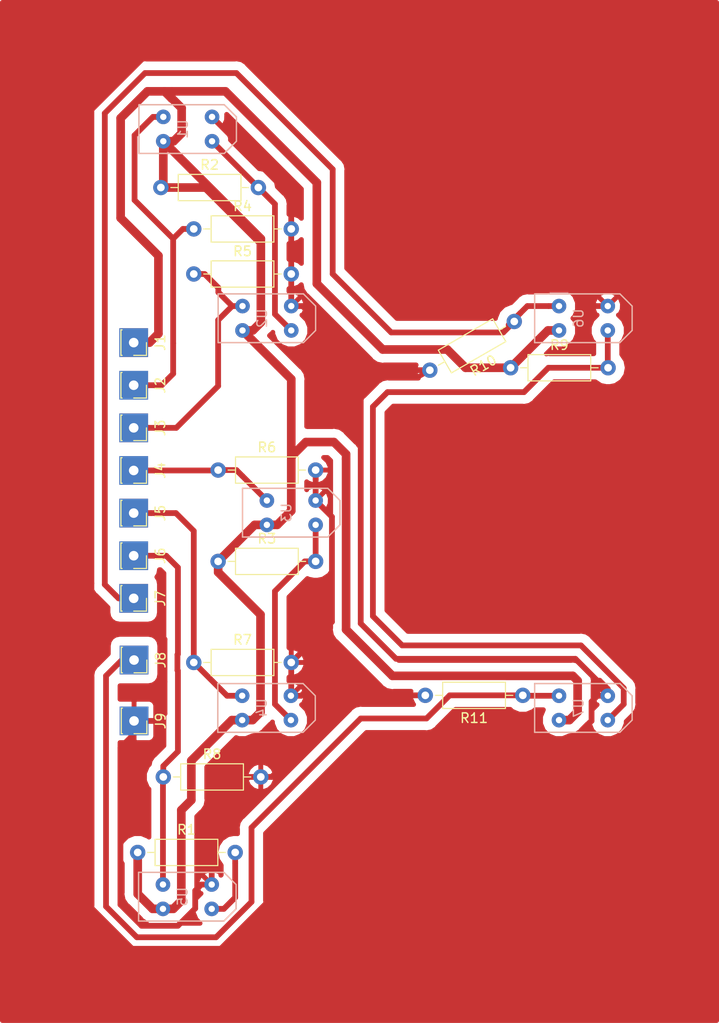
<source format=kicad_pcb>
(kicad_pcb (version 20171130) (host pcbnew "(5.0.2)-1")

  (general
    (thickness 1.6)
    (drawings 0)
    (tracks 241)
    (zones 0)
    (modules 27)
    (nets 14)
  )

  (page A4)
  (layers
    (0 F.Cu signal)
    (31 B.Cu signal)
    (32 B.Adhes user)
    (33 F.Adhes user)
    (34 B.Paste user)
    (35 F.Paste user)
    (36 B.SilkS user)
    (37 F.SilkS user)
    (38 B.Mask user)
    (39 F.Mask user)
    (40 Dwgs.User user)
    (41 Cmts.User user)
    (42 Eco1.User user)
    (43 Eco2.User user)
    (44 Edge.Cuts user)
    (45 Margin user)
    (46 B.CrtYd user)
    (47 F.CrtYd user)
    (48 B.Fab user)
    (49 F.Fab user)
  )

  (setup
    (last_trace_width 0.25)
    (trace_clearance 0.2)
    (zone_clearance 0.908)
    (zone_45_only no)
    (trace_min 0.2)
    (segment_width 0.2)
    (edge_width 0.15)
    (via_size 0.8)
    (via_drill 0.4)
    (via_min_size 0.4)
    (via_min_drill 0.3)
    (uvia_size 0.3)
    (uvia_drill 0.1)
    (uvias_allowed no)
    (uvia_min_size 0.2)
    (uvia_min_drill 0.1)
    (pcb_text_width 0.3)
    (pcb_text_size 1.5 1.5)
    (mod_edge_width 0.15)
    (mod_text_size 1 1)
    (mod_text_width 0.15)
    (pad_size 3 3)
    (pad_drill 1)
    (pad_to_mask_clearance 0.051)
    (solder_mask_min_width 0.25)
    (aux_axis_origin 0 0)
    (visible_elements 7FFFFFFF)
    (pcbplotparams
      (layerselection 0x00000_7fffffff)
      (usegerberextensions false)
      (usegerberattributes false)
      (usegerberadvancedattributes false)
      (creategerberjobfile false)
      (excludeedgelayer true)
      (linewidth 0.100000)
      (plotframeref false)
      (viasonmask false)
      (mode 1)
      (useauxorigin false)
      (hpglpennumber 1)
      (hpglpenspeed 20)
      (hpglpendiameter 15.000000)
      (psnegative true)
      (psa4output false)
      (plotreference true)
      (plotvalue true)
      (plotinvisibletext false)
      (padsonsilk false)
      (subtractmaskfromsilk false)
      (outputformat 4)
      (mirror true)
      (drillshape 0)
      (scaleselection 1)
      (outputdirectory ""))
  )

  (net 0 "")
  (net 1 VCC)
  (net 2 S1)
  (net 3 S2)
  (net 4 S3)
  (net 5 S4)
  (net 6 S5)
  (net 7 S6)
  (net 8 S7)
  (net 9 GND)
  (net 10 "Net-(R1-Pad2)")
  (net 11 "Net-(R2-Pad2)")
  (net 12 "Net-(R3-Pad2)")
  (net 13 "Net-(R9-Pad2)")

  (net_class Default "Esta é a classe de rede padrão."
    (clearance 0.2)
    (trace_width 0.25)
    (via_dia 0.8)
    (via_drill 0.4)
    (uvia_dia 0.3)
    (uvia_drill 0.1)
  )

  (net_class track ""
    (clearance 0.6)
    (trace_width 0.6)
    (via_dia 1.6)
    (via_drill 1)
    (uvia_dia 0.3)
    (uvia_drill 0.1)
    (add_net GND)
    (add_net "Net-(R1-Pad2)")
    (add_net "Net-(R2-Pad2)")
    (add_net "Net-(R3-Pad2)")
    (add_net "Net-(R9-Pad2)")
    (add_net S1)
    (add_net S2)
    (add_net S3)
    (add_net S4)
    (add_net S5)
    (add_net S6)
    (add_net S7)
  )

  (net_class vcc ""
    (clearance 0.7)
    (trace_width 0.9)
    (via_dia 1.6)
    (via_drill 1)
    (uvia_dia 0.3)
    (uvia_drill 0.1)
    (add_net VCC)
  )

  (module cyclophone:TCRT50002 (layer B.Cu) (tedit 5C50F7F0) (tstamp 5C599B3D)
    (at 51.943 69.977 90)
    (path /5C4EC88C)
    (fp_text reference U3 (at 0 -0.5 90) (layer B.SilkS)
      (effects (font (size 1 1) (thickness 0.15)) (justify mirror))
    )
    (fp_text value TCRT5000 (at 0 -3.81 90) (layer B.Fab)
      (effects (font (size 1 1) (thickness 0.15)) (justify mirror))
    )
    (fp_line (start -1.27 5.08) (end 1.27 5.08) (layer B.SilkS) (width 0.15))
    (fp_line (start 1.27 5.08) (end 2.54 3.81) (layer B.SilkS) (width 0.15))
    (fp_line (start 2.54 3.81) (end 2.54 -5.08) (layer B.SilkS) (width 0.15))
    (fp_line (start 2.54 -5.08) (end -2.54 -5.08) (layer B.SilkS) (width 0.15))
    (fp_line (start -2.54 -5.08) (end -2.54 3.81) (layer B.SilkS) (width 0.15))
    (fp_line (start -2.54 3.81) (end -1.27 5.08) (layer B.SilkS) (width 0.15))
    (pad 1 thru_hole circle (at -1.27 2.54 90) (size 1.524 1.524) (drill 0.662) (layers *.Cu *.Mask)
      (net 12 "Net-(R3-Pad2)"))
    (pad 2 thru_hole circle (at 1.27 2.54 90) (size 1.524 1.524) (drill 0.662) (layers *.Cu *.Mask)
      (net 9 GND))
    (pad 3 thru_hole circle (at -1.27 -2.54 90) (size 1.524 1.524) (drill 0.662) (layers *.Cu *.Mask)
      (net 1 VCC))
    (pad 4 thru_hole circle (at 1.27 -2.54 90) (size 1.524 1.524) (drill 0.662) (layers *.Cu *.Mask)
      (net 4 S3))
  )

  (module cyclophone:TCRT50002 (layer B.Cu) (tedit 5C50F7F0) (tstamp 5C599B16)
    (at 49.403 49.7002 90)
    (path /5C4E1545)
    (fp_text reference U2 (at 0 -0.5 90) (layer B.SilkS)
      (effects (font (size 1 1) (thickness 0.15)) (justify mirror))
    )
    (fp_text value TCRT5000 (at 0 -3.81 90) (layer B.Fab)
      (effects (font (size 1 1) (thickness 0.15)) (justify mirror))
    )
    (fp_line (start -1.27 5.08) (end 1.27 5.08) (layer B.SilkS) (width 0.15))
    (fp_line (start 1.27 5.08) (end 2.54 3.81) (layer B.SilkS) (width 0.15))
    (fp_line (start 2.54 3.81) (end 2.54 -5.08) (layer B.SilkS) (width 0.15))
    (fp_line (start 2.54 -5.08) (end -2.54 -5.08) (layer B.SilkS) (width 0.15))
    (fp_line (start -2.54 -5.08) (end -2.54 3.81) (layer B.SilkS) (width 0.15))
    (fp_line (start -2.54 3.81) (end -1.27 5.08) (layer B.SilkS) (width 0.15))
    (pad 1 thru_hole circle (at -1.27 2.54 90) (size 1.524 1.524) (drill 0.662) (layers *.Cu *.Mask)
      (net 11 "Net-(R2-Pad2)"))
    (pad 2 thru_hole circle (at 1.27 2.54 90) (size 1.524 1.524) (drill 0.662) (layers *.Cu *.Mask)
      (net 9 GND))
    (pad 3 thru_hole circle (at -1.27 -2.54 90) (size 1.524 1.524) (drill 0.662) (layers *.Cu *.Mask)
      (net 1 VCC))
    (pad 4 thru_hole circle (at 1.27 -2.54 90) (size 1.524 1.524) (drill 0.662) (layers *.Cu *.Mask)
      (net 3 S2))
  )

  (module Connector_PinSocket_2.54mm:PinSocket_1x01_P2.54mm_Vertical (layer F.Cu) (tedit 5C585FE9) (tstamp 5C599AE3)
    (at 35.5244 52.2402 270)
    (descr "Through hole straight socket strip, 1x01, 2.54mm pitch, single row (from Kicad 4.0.7), script generated")
    (tags "Through hole socket strip THT 1x01 2.54mm single row")
    (path /5C4F42C9)
    (fp_text reference J1 (at 0 -2.77 270) (layer F.SilkS)
      (effects (font (size 1 1) (thickness 0.15)))
    )
    (fp_text value Conn_01x01_Female (at 0 2.77 270) (layer F.Fab)
      (effects (font (size 1 1) (thickness 0.15)))
    )
    (fp_line (start -1.27 -1.27) (end 0.635 -1.27) (layer F.Fab) (width 0.1))
    (fp_line (start 0.635 -1.27) (end 1.27 -0.635) (layer F.Fab) (width 0.1))
    (fp_line (start 1.27 -0.635) (end 1.27 1.27) (layer F.Fab) (width 0.1))
    (fp_line (start 1.27 1.27) (end -1.27 1.27) (layer F.Fab) (width 0.1))
    (fp_line (start -1.27 1.27) (end -1.27 -1.27) (layer F.Fab) (width 0.1))
    (fp_line (start -1.33 1.33) (end 1.33 1.33) (layer F.SilkS) (width 0.12))
    (fp_line (start -1.33 1.21) (end -1.33 1.33) (layer F.SilkS) (width 0.12))
    (fp_line (start 1.33 1.21) (end 1.33 1.33) (layer F.SilkS) (width 0.12))
    (fp_line (start 1.33 -1.33) (end 1.33 0) (layer F.SilkS) (width 0.12))
    (fp_line (start 0 -1.33) (end 1.33 -1.33) (layer F.SilkS) (width 0.12))
    (fp_line (start -1.8 -1.8) (end 1.75 -1.8) (layer F.CrtYd) (width 0.05))
    (fp_line (start 1.75 -1.8) (end 1.75 1.75) (layer F.CrtYd) (width 0.05))
    (fp_line (start 1.75 1.75) (end -1.8 1.75) (layer F.CrtYd) (width 0.05))
    (fp_line (start -1.8 1.75) (end -1.8 -1.8) (layer F.CrtYd) (width 0.05))
    (fp_text user %R (at 0 0 270) (layer F.Fab)
      (effects (font (size 1 1) (thickness 0.15)))
    )
    (pad 1 thru_hole rect (at 0 0 270) (size 3 3) (drill 1) (layers *.Cu *.Mask)
      (net 1 VCC))
    (model ${KISYS3DMOD}/Connector_PinSocket_2.54mm.3dshapes/PinSocket_1x01_P2.54mm_Vertical.wrl
      (at (xyz 0 0 0))
      (scale (xyz 1 1 1))
      (rotate (xyz 0 0 0))
    )
  )

  (module Connector_PinSocket_2.54mm:PinSocket_1x01_P2.54mm_Vertical (layer F.Cu) (tedit 5A19A434) (tstamp 5C599AAA)
    (at 35.5244 56.6852 270)
    (descr "Through hole straight socket strip, 1x01, 2.54mm pitch, single row (from Kicad 4.0.7), script generated")
    (tags "Through hole socket strip THT 1x01 2.54mm single row")
    (path /5C4F436B)
    (fp_text reference J2 (at 0 -2.77 270) (layer F.SilkS)
      (effects (font (size 1 1) (thickness 0.15)))
    )
    (fp_text value Conn_01x01_Female (at 0 2.77 270) (layer F.Fab)
      (effects (font (size 1 1) (thickness 0.15)))
    )
    (fp_text user %R (at 0 0 270) (layer F.Fab)
      (effects (font (size 1 1) (thickness 0.15)))
    )
    (fp_line (start -1.8 1.75) (end -1.8 -1.8) (layer F.CrtYd) (width 0.05))
    (fp_line (start 1.75 1.75) (end -1.8 1.75) (layer F.CrtYd) (width 0.05))
    (fp_line (start 1.75 -1.8) (end 1.75 1.75) (layer F.CrtYd) (width 0.05))
    (fp_line (start -1.8 -1.8) (end 1.75 -1.8) (layer F.CrtYd) (width 0.05))
    (fp_line (start 0 -1.33) (end 1.33 -1.33) (layer F.SilkS) (width 0.12))
    (fp_line (start 1.33 -1.33) (end 1.33 0) (layer F.SilkS) (width 0.12))
    (fp_line (start 1.33 1.21) (end 1.33 1.33) (layer F.SilkS) (width 0.12))
    (fp_line (start -1.33 1.21) (end -1.33 1.33) (layer F.SilkS) (width 0.12))
    (fp_line (start -1.33 1.33) (end 1.33 1.33) (layer F.SilkS) (width 0.12))
    (fp_line (start -1.27 1.27) (end -1.27 -1.27) (layer F.Fab) (width 0.1))
    (fp_line (start 1.27 1.27) (end -1.27 1.27) (layer F.Fab) (width 0.1))
    (fp_line (start 1.27 -0.635) (end 1.27 1.27) (layer F.Fab) (width 0.1))
    (fp_line (start 0.635 -1.27) (end 1.27 -0.635) (layer F.Fab) (width 0.1))
    (fp_line (start -1.27 -1.27) (end 0.635 -1.27) (layer F.Fab) (width 0.1))
    (pad 1 thru_hole rect (at 0 0 270) (size 3 3) (drill 1) (layers *.Cu *.Mask)
      (net 2 S1))
    (model ${KISYS3DMOD}/Connector_PinSocket_2.54mm.3dshapes/PinSocket_1x01_P2.54mm_Vertical.wrl
      (at (xyz 0 0 0))
      (scale (xyz 1 1 1))
      (rotate (xyz 0 0 0))
    )
  )

  (module Connector_PinSocket_2.54mm:PinSocket_1x01_P2.54mm_Vertical (layer F.Cu) (tedit 5A19A434) (tstamp 5C599A71)
    (at 35.5244 61.1302 270)
    (descr "Through hole straight socket strip, 1x01, 2.54mm pitch, single row (from Kicad 4.0.7), script generated")
    (tags "Through hole socket strip THT 1x01 2.54mm single row")
    (path /5C4F43A5)
    (fp_text reference J3 (at 0 -2.77 270) (layer F.SilkS)
      (effects (font (size 1 1) (thickness 0.15)))
    )
    (fp_text value Conn_01x01_Female (at 0 2.77 270) (layer F.Fab)
      (effects (font (size 1 1) (thickness 0.15)))
    )
    (fp_line (start -1.27 -1.27) (end 0.635 -1.27) (layer F.Fab) (width 0.1))
    (fp_line (start 0.635 -1.27) (end 1.27 -0.635) (layer F.Fab) (width 0.1))
    (fp_line (start 1.27 -0.635) (end 1.27 1.27) (layer F.Fab) (width 0.1))
    (fp_line (start 1.27 1.27) (end -1.27 1.27) (layer F.Fab) (width 0.1))
    (fp_line (start -1.27 1.27) (end -1.27 -1.27) (layer F.Fab) (width 0.1))
    (fp_line (start -1.33 1.33) (end 1.33 1.33) (layer F.SilkS) (width 0.12))
    (fp_line (start -1.33 1.21) (end -1.33 1.33) (layer F.SilkS) (width 0.12))
    (fp_line (start 1.33 1.21) (end 1.33 1.33) (layer F.SilkS) (width 0.12))
    (fp_line (start 1.33 -1.33) (end 1.33 0) (layer F.SilkS) (width 0.12))
    (fp_line (start 0 -1.33) (end 1.33 -1.33) (layer F.SilkS) (width 0.12))
    (fp_line (start -1.8 -1.8) (end 1.75 -1.8) (layer F.CrtYd) (width 0.05))
    (fp_line (start 1.75 -1.8) (end 1.75 1.75) (layer F.CrtYd) (width 0.05))
    (fp_line (start 1.75 1.75) (end -1.8 1.75) (layer F.CrtYd) (width 0.05))
    (fp_line (start -1.8 1.75) (end -1.8 -1.8) (layer F.CrtYd) (width 0.05))
    (fp_text user %R (at 0 0 270) (layer F.Fab)
      (effects (font (size 1 1) (thickness 0.15)))
    )
    (pad 1 thru_hole rect (at 0 0 270) (size 3 3) (drill 1) (layers *.Cu *.Mask)
      (net 3 S2))
    (model ${KISYS3DMOD}/Connector_PinSocket_2.54mm.3dshapes/PinSocket_1x01_P2.54mm_Vertical.wrl
      (at (xyz 0 0 0))
      (scale (xyz 1 1 1))
      (rotate (xyz 0 0 0))
    )
  )

  (module Connector_PinSocket_2.54mm:PinSocket_1x01_P2.54mm_Vertical (layer F.Cu) (tedit 5A19A434) (tstamp 5C599A38)
    (at 35.5244 65.5752 270)
    (descr "Through hole straight socket strip, 1x01, 2.54mm pitch, single row (from Kicad 4.0.7), script generated")
    (tags "Through hole socket strip THT 1x01 2.54mm single row")
    (path /5C4F43E1)
    (fp_text reference J4 (at 0 -2.77 270) (layer F.SilkS)
      (effects (font (size 1 1) (thickness 0.15)))
    )
    (fp_text value Conn_01x01_Female (at 0 2.77 270) (layer F.Fab)
      (effects (font (size 1 1) (thickness 0.15)))
    )
    (fp_text user %R (at 0 0 270) (layer F.Fab)
      (effects (font (size 1 1) (thickness 0.15)))
    )
    (fp_line (start -1.8 1.75) (end -1.8 -1.8) (layer F.CrtYd) (width 0.05))
    (fp_line (start 1.75 1.75) (end -1.8 1.75) (layer F.CrtYd) (width 0.05))
    (fp_line (start 1.75 -1.8) (end 1.75 1.75) (layer F.CrtYd) (width 0.05))
    (fp_line (start -1.8 -1.8) (end 1.75 -1.8) (layer F.CrtYd) (width 0.05))
    (fp_line (start 0 -1.33) (end 1.33 -1.33) (layer F.SilkS) (width 0.12))
    (fp_line (start 1.33 -1.33) (end 1.33 0) (layer F.SilkS) (width 0.12))
    (fp_line (start 1.33 1.21) (end 1.33 1.33) (layer F.SilkS) (width 0.12))
    (fp_line (start -1.33 1.21) (end -1.33 1.33) (layer F.SilkS) (width 0.12))
    (fp_line (start -1.33 1.33) (end 1.33 1.33) (layer F.SilkS) (width 0.12))
    (fp_line (start -1.27 1.27) (end -1.27 -1.27) (layer F.Fab) (width 0.1))
    (fp_line (start 1.27 1.27) (end -1.27 1.27) (layer F.Fab) (width 0.1))
    (fp_line (start 1.27 -0.635) (end 1.27 1.27) (layer F.Fab) (width 0.1))
    (fp_line (start 0.635 -1.27) (end 1.27 -0.635) (layer F.Fab) (width 0.1))
    (fp_line (start -1.27 -1.27) (end 0.635 -1.27) (layer F.Fab) (width 0.1))
    (pad 1 thru_hole rect (at 0 0 270) (size 3 3) (drill 1) (layers *.Cu *.Mask)
      (net 4 S3))
    (model ${KISYS3DMOD}/Connector_PinSocket_2.54mm.3dshapes/PinSocket_1x01_P2.54mm_Vertical.wrl
      (at (xyz 0 0 0))
      (scale (xyz 1 1 1))
      (rotate (xyz 0 0 0))
    )
  )

  (module Connector_PinSocket_2.54mm:PinSocket_1x01_P2.54mm_Vertical (layer F.Cu) (tedit 5A19A434) (tstamp 5C5999FF)
    (at 35.5244 70.0202 270)
    (descr "Through hole straight socket strip, 1x01, 2.54mm pitch, single row (from Kicad 4.0.7), script generated")
    (tags "Through hole socket strip THT 1x01 2.54mm single row")
    (path /5C4F446B)
    (fp_text reference J5 (at 0 -2.77 270) (layer F.SilkS)
      (effects (font (size 1 1) (thickness 0.15)))
    )
    (fp_text value Conn_01x01_Female (at 0 2.77 270) (layer F.Fab)
      (effects (font (size 1 1) (thickness 0.15)))
    )
    (fp_line (start -1.27 -1.27) (end 0.635 -1.27) (layer F.Fab) (width 0.1))
    (fp_line (start 0.635 -1.27) (end 1.27 -0.635) (layer F.Fab) (width 0.1))
    (fp_line (start 1.27 -0.635) (end 1.27 1.27) (layer F.Fab) (width 0.1))
    (fp_line (start 1.27 1.27) (end -1.27 1.27) (layer F.Fab) (width 0.1))
    (fp_line (start -1.27 1.27) (end -1.27 -1.27) (layer F.Fab) (width 0.1))
    (fp_line (start -1.33 1.33) (end 1.33 1.33) (layer F.SilkS) (width 0.12))
    (fp_line (start -1.33 1.21) (end -1.33 1.33) (layer F.SilkS) (width 0.12))
    (fp_line (start 1.33 1.21) (end 1.33 1.33) (layer F.SilkS) (width 0.12))
    (fp_line (start 1.33 -1.33) (end 1.33 0) (layer F.SilkS) (width 0.12))
    (fp_line (start 0 -1.33) (end 1.33 -1.33) (layer F.SilkS) (width 0.12))
    (fp_line (start -1.8 -1.8) (end 1.75 -1.8) (layer F.CrtYd) (width 0.05))
    (fp_line (start 1.75 -1.8) (end 1.75 1.75) (layer F.CrtYd) (width 0.05))
    (fp_line (start 1.75 1.75) (end -1.8 1.75) (layer F.CrtYd) (width 0.05))
    (fp_line (start -1.8 1.75) (end -1.8 -1.8) (layer F.CrtYd) (width 0.05))
    (fp_text user %R (at 0 0 270) (layer F.Fab)
      (effects (font (size 1 1) (thickness 0.15)))
    )
    (pad 1 thru_hole rect (at 0 0 270) (size 3 3) (drill 1) (layers *.Cu *.Mask)
      (net 5 S4))
    (model ${KISYS3DMOD}/Connector_PinSocket_2.54mm.3dshapes/PinSocket_1x01_P2.54mm_Vertical.wrl
      (at (xyz 0 0 0))
      (scale (xyz 1 1 1))
      (rotate (xyz 0 0 0))
    )
  )

  (module Connector_PinSocket_2.54mm:PinSocket_1x01_P2.54mm_Vertical (layer F.Cu) (tedit 5A19A434) (tstamp 5C5996C0)
    (at 35.5244 74.4652 270)
    (descr "Through hole straight socket strip, 1x01, 2.54mm pitch, single row (from Kicad 4.0.7), script generated")
    (tags "Through hole socket strip THT 1x01 2.54mm single row")
    (path /5C4F44AB)
    (fp_text reference J6 (at 0 -2.77 270) (layer F.SilkS)
      (effects (font (size 1 1) (thickness 0.15)))
    )
    (fp_text value Conn_01x01_Female (at 0 2.77 270) (layer F.Fab)
      (effects (font (size 1 1) (thickness 0.15)))
    )
    (fp_text user %R (at 0 0 270) (layer F.Fab)
      (effects (font (size 1 1) (thickness 0.15)))
    )
    (fp_line (start -1.8 1.75) (end -1.8 -1.8) (layer F.CrtYd) (width 0.05))
    (fp_line (start 1.75 1.75) (end -1.8 1.75) (layer F.CrtYd) (width 0.05))
    (fp_line (start 1.75 -1.8) (end 1.75 1.75) (layer F.CrtYd) (width 0.05))
    (fp_line (start -1.8 -1.8) (end 1.75 -1.8) (layer F.CrtYd) (width 0.05))
    (fp_line (start 0 -1.33) (end 1.33 -1.33) (layer F.SilkS) (width 0.12))
    (fp_line (start 1.33 -1.33) (end 1.33 0) (layer F.SilkS) (width 0.12))
    (fp_line (start 1.33 1.21) (end 1.33 1.33) (layer F.SilkS) (width 0.12))
    (fp_line (start -1.33 1.21) (end -1.33 1.33) (layer F.SilkS) (width 0.12))
    (fp_line (start -1.33 1.33) (end 1.33 1.33) (layer F.SilkS) (width 0.12))
    (fp_line (start -1.27 1.27) (end -1.27 -1.27) (layer F.Fab) (width 0.1))
    (fp_line (start 1.27 1.27) (end -1.27 1.27) (layer F.Fab) (width 0.1))
    (fp_line (start 1.27 -0.635) (end 1.27 1.27) (layer F.Fab) (width 0.1))
    (fp_line (start 0.635 -1.27) (end 1.27 -0.635) (layer F.Fab) (width 0.1))
    (fp_line (start -1.27 -1.27) (end 0.635 -1.27) (layer F.Fab) (width 0.1))
    (pad 1 thru_hole rect (at 0 0 270) (size 3 3) (drill 1) (layers *.Cu *.Mask)
      (net 6 S5))
    (model ${KISYS3DMOD}/Connector_PinSocket_2.54mm.3dshapes/PinSocket_1x01_P2.54mm_Vertical.wrl
      (at (xyz 0 0 0))
      (scale (xyz 1 1 1))
      (rotate (xyz 0 0 0))
    )
  )

  (module Connector_PinSocket_2.54mm:PinSocket_1x01_P2.54mm_Vertical (layer F.Cu) (tedit 5A19A434) (tstamp 5C599687)
    (at 35.5244 78.9102 270)
    (descr "Through hole straight socket strip, 1x01, 2.54mm pitch, single row (from Kicad 4.0.7), script generated")
    (tags "Through hole socket strip THT 1x01 2.54mm single row")
    (path /5C4F44ED)
    (fp_text reference J7 (at 0 -2.77 270) (layer F.SilkS)
      (effects (font (size 1 1) (thickness 0.15)))
    )
    (fp_text value Conn_01x01_Female (at 0 2.77 270) (layer F.Fab)
      (effects (font (size 1 1) (thickness 0.15)))
    )
    (fp_line (start -1.27 -1.27) (end 0.635 -1.27) (layer F.Fab) (width 0.1))
    (fp_line (start 0.635 -1.27) (end 1.27 -0.635) (layer F.Fab) (width 0.1))
    (fp_line (start 1.27 -0.635) (end 1.27 1.27) (layer F.Fab) (width 0.1))
    (fp_line (start 1.27 1.27) (end -1.27 1.27) (layer F.Fab) (width 0.1))
    (fp_line (start -1.27 1.27) (end -1.27 -1.27) (layer F.Fab) (width 0.1))
    (fp_line (start -1.33 1.33) (end 1.33 1.33) (layer F.SilkS) (width 0.12))
    (fp_line (start -1.33 1.21) (end -1.33 1.33) (layer F.SilkS) (width 0.12))
    (fp_line (start 1.33 1.21) (end 1.33 1.33) (layer F.SilkS) (width 0.12))
    (fp_line (start 1.33 -1.33) (end 1.33 0) (layer F.SilkS) (width 0.12))
    (fp_line (start 0 -1.33) (end 1.33 -1.33) (layer F.SilkS) (width 0.12))
    (fp_line (start -1.8 -1.8) (end 1.75 -1.8) (layer F.CrtYd) (width 0.05))
    (fp_line (start 1.75 -1.8) (end 1.75 1.75) (layer F.CrtYd) (width 0.05))
    (fp_line (start 1.75 1.75) (end -1.8 1.75) (layer F.CrtYd) (width 0.05))
    (fp_line (start -1.8 1.75) (end -1.8 -1.8) (layer F.CrtYd) (width 0.05))
    (fp_text user %R (at 0 0 270) (layer F.Fab)
      (effects (font (size 1 1) (thickness 0.15)))
    )
    (pad 1 thru_hole rect (at 0 0 270) (size 3 3) (drill 1) (layers *.Cu *.Mask)
      (net 7 S6))
    (model ${KISYS3DMOD}/Connector_PinSocket_2.54mm.3dshapes/PinSocket_1x01_P2.54mm_Vertical.wrl
      (at (xyz 0 0 0))
      (scale (xyz 1 1 1))
      (rotate (xyz 0 0 0))
    )
  )

  (module Connector_PinSocket_2.54mm:PinSocket_1x01_P2.54mm_Vertical (layer F.Cu) (tedit 5A19A434) (tstamp 5C59964E)
    (at 35.56 85.344 270)
    (descr "Through hole straight socket strip, 1x01, 2.54mm pitch, single row (from Kicad 4.0.7), script generated")
    (tags "Through hole socket strip THT 1x01 2.54mm single row")
    (path /5C4F4531)
    (fp_text reference J8 (at 0 -2.77 270) (layer F.SilkS)
      (effects (font (size 1 1) (thickness 0.15)))
    )
    (fp_text value Conn_01x01_Female (at 0 2.77 270) (layer F.Fab)
      (effects (font (size 1 1) (thickness 0.15)))
    )
    (fp_text user %R (at 0 0 270) (layer F.Fab)
      (effects (font (size 1 1) (thickness 0.15)))
    )
    (fp_line (start -1.8 1.75) (end -1.8 -1.8) (layer F.CrtYd) (width 0.05))
    (fp_line (start 1.75 1.75) (end -1.8 1.75) (layer F.CrtYd) (width 0.05))
    (fp_line (start 1.75 -1.8) (end 1.75 1.75) (layer F.CrtYd) (width 0.05))
    (fp_line (start -1.8 -1.8) (end 1.75 -1.8) (layer F.CrtYd) (width 0.05))
    (fp_line (start 0 -1.33) (end 1.33 -1.33) (layer F.SilkS) (width 0.12))
    (fp_line (start 1.33 -1.33) (end 1.33 0) (layer F.SilkS) (width 0.12))
    (fp_line (start 1.33 1.21) (end 1.33 1.33) (layer F.SilkS) (width 0.12))
    (fp_line (start -1.33 1.21) (end -1.33 1.33) (layer F.SilkS) (width 0.12))
    (fp_line (start -1.33 1.33) (end 1.33 1.33) (layer F.SilkS) (width 0.12))
    (fp_line (start -1.27 1.27) (end -1.27 -1.27) (layer F.Fab) (width 0.1))
    (fp_line (start 1.27 1.27) (end -1.27 1.27) (layer F.Fab) (width 0.1))
    (fp_line (start 1.27 -0.635) (end 1.27 1.27) (layer F.Fab) (width 0.1))
    (fp_line (start 0.635 -1.27) (end 1.27 -0.635) (layer F.Fab) (width 0.1))
    (fp_line (start -1.27 -1.27) (end 0.635 -1.27) (layer F.Fab) (width 0.1))
    (pad 1 thru_hole rect (at 0 0 270) (size 3 3) (drill 1) (layers *.Cu *.Mask)
      (net 8 S7))
    (model ${KISYS3DMOD}/Connector_PinSocket_2.54mm.3dshapes/PinSocket_1x01_P2.54mm_Vertical.wrl
      (at (xyz 0 0 0))
      (scale (xyz 1 1 1))
      (rotate (xyz 0 0 0))
    )
  )

  (module Connector_PinSocket_2.54mm:PinSocket_1x01_P2.54mm_Vertical (layer F.Cu) (tedit 5A19A434) (tstamp 5C599615)
    (at 35.56 91.694 270)
    (descr "Through hole straight socket strip, 1x01, 2.54mm pitch, single row (from Kicad 4.0.7), script generated")
    (tags "Through hole socket strip THT 1x01 2.54mm single row")
    (path /5C4F4577)
    (fp_text reference J9 (at 0 -2.77 270) (layer F.SilkS)
      (effects (font (size 1 1) (thickness 0.15)))
    )
    (fp_text value Conn_01x01_Female (at 0 2.77 270) (layer F.Fab)
      (effects (font (size 1 1) (thickness 0.15)))
    )
    (fp_line (start -1.27 -1.27) (end 0.635 -1.27) (layer F.Fab) (width 0.1))
    (fp_line (start 0.635 -1.27) (end 1.27 -0.635) (layer F.Fab) (width 0.1))
    (fp_line (start 1.27 -0.635) (end 1.27 1.27) (layer F.Fab) (width 0.1))
    (fp_line (start 1.27 1.27) (end -1.27 1.27) (layer F.Fab) (width 0.1))
    (fp_line (start -1.27 1.27) (end -1.27 -1.27) (layer F.Fab) (width 0.1))
    (fp_line (start -1.33 1.33) (end 1.33 1.33) (layer F.SilkS) (width 0.12))
    (fp_line (start -1.33 1.21) (end -1.33 1.33) (layer F.SilkS) (width 0.12))
    (fp_line (start 1.33 1.21) (end 1.33 1.33) (layer F.SilkS) (width 0.12))
    (fp_line (start 1.33 -1.33) (end 1.33 0) (layer F.SilkS) (width 0.12))
    (fp_line (start 0 -1.33) (end 1.33 -1.33) (layer F.SilkS) (width 0.12))
    (fp_line (start -1.8 -1.8) (end 1.75 -1.8) (layer F.CrtYd) (width 0.05))
    (fp_line (start 1.75 -1.8) (end 1.75 1.75) (layer F.CrtYd) (width 0.05))
    (fp_line (start 1.75 1.75) (end -1.8 1.75) (layer F.CrtYd) (width 0.05))
    (fp_line (start -1.8 1.75) (end -1.8 -1.8) (layer F.CrtYd) (width 0.05))
    (fp_text user %R (at 0 0 270) (layer F.Fab)
      (effects (font (size 1 1) (thickness 0.15)))
    )
    (pad 1 thru_hole rect (at 0 0 270) (size 3 3) (drill 1) (layers *.Cu *.Mask)
      (net 9 GND))
    (model ${KISYS3DMOD}/Connector_PinSocket_2.54mm.3dshapes/PinSocket_1x01_P2.54mm_Vertical.wrl
      (at (xyz 0 0 0))
      (scale (xyz 1 1 1))
      (rotate (xyz 0 0 0))
    )
  )

  (module Resistor_THT:R_Axial_DIN0207_L6.3mm_D2.5mm_P10.16mm_Horizontal (layer F.Cu) (tedit 5AE5139B) (tstamp 5C5995D6)
    (at 35.941 105.41)
    (descr "Resistor, Axial_DIN0207 series, Axial, Horizontal, pin pitch=10.16mm, 0.25W = 1/4W, length*diameter=6.3*2.5mm^2, http://cdn-reichelt.de/documents/datenblatt/B400/1_4W%23YAG.pdf")
    (tags "Resistor Axial_DIN0207 series Axial Horizontal pin pitch 10.16mm 0.25W = 1/4W length 6.3mm diameter 2.5mm")
    (path /5C4ED81C)
    (fp_text reference R1 (at 5.08 -2.37) (layer F.SilkS)
      (effects (font (size 1 1) (thickness 0.15)))
    )
    (fp_text value 330 (at 5.08 2.37) (layer F.Fab)
      (effects (font (size 1 1) (thickness 0.15)))
    )
    (fp_text user %R (at 5.079999 0) (layer F.Fab)
      (effects (font (size 1 1) (thickness 0.15)))
    )
    (fp_line (start 11.21 -1.5) (end -1.05 -1.5) (layer F.CrtYd) (width 0.05))
    (fp_line (start 11.21 1.5) (end 11.21 -1.5) (layer F.CrtYd) (width 0.05))
    (fp_line (start -1.05 1.5) (end 11.21 1.5) (layer F.CrtYd) (width 0.05))
    (fp_line (start -1.05 -1.5) (end -1.05 1.5) (layer F.CrtYd) (width 0.05))
    (fp_line (start 9.12 0) (end 8.350001 0) (layer F.SilkS) (width 0.12))
    (fp_line (start 1.04 0) (end 1.81 0) (layer F.SilkS) (width 0.12))
    (fp_line (start 8.35 -1.37) (end 1.81 -1.37) (layer F.SilkS) (width 0.12))
    (fp_line (start 8.35 1.37) (end 8.35 -1.37) (layer F.SilkS) (width 0.12))
    (fp_line (start 1.81 1.37) (end 8.35 1.37) (layer F.SilkS) (width 0.12))
    (fp_line (start 1.81 -1.37) (end 1.81 1.37) (layer F.SilkS) (width 0.12))
    (fp_line (start 10.16 0) (end 8.23 0) (layer F.Fab) (width 0.1))
    (fp_line (start 0 0) (end 1.93 0) (layer F.Fab) (width 0.1))
    (fp_line (start 8.23 -1.25) (end 1.930001 -1.25) (layer F.Fab) (width 0.1))
    (fp_line (start 8.23 1.25) (end 8.23 -1.25) (layer F.Fab) (width 0.1))
    (fp_line (start 1.930001 1.25) (end 8.23 1.25) (layer F.Fab) (width 0.1))
    (fp_line (start 1.930001 -1.25) (end 1.930001 1.25) (layer F.Fab) (width 0.1))
    (pad 2 thru_hole oval (at 10.16 0) (size 1.6 1.6) (drill 0.8) (layers *.Cu *.Mask)
      (net 10 "Net-(R1-Pad2)"))
    (pad 1 thru_hole circle (at 0 0) (size 1.6 1.6) (drill 0.8) (layers *.Cu *.Mask)
      (net 1 VCC))
    (model ${KISYS3DMOD}/Resistor_THT.3dshapes/R_Axial_DIN0207_L6.3mm_D2.5mm_P10.16mm_Horizontal.wrl
      (at (xyz 0 0 0))
      (scale (xyz 1 1 1))
      (rotate (xyz 0 0 0))
    )
  )

  (module Resistor_THT:R_Axial_DIN0207_L6.3mm_D2.5mm_P10.16mm_Horizontal (layer F.Cu) (tedit 5AE5139B) (tstamp 5C599594)
    (at 38.354 36.068)
    (descr "Resistor, Axial_DIN0207 series, Axial, Horizontal, pin pitch=10.16mm, 0.25W = 1/4W, length*diameter=6.3*2.5mm^2, http://cdn-reichelt.de/documents/datenblatt/B400/1_4W%23YAG.pdf")
    (tags "Resistor Axial_DIN0207 series Axial Horizontal pin pitch 10.16mm 0.25W = 1/4W length 6.3mm diameter 2.5mm")
    (path /5C4E0CAD)
    (fp_text reference R2 (at 5.08 -2.37) (layer F.SilkS)
      (effects (font (size 1 1) (thickness 0.15)))
    )
    (fp_text value 330 (at 5.08 2.37) (layer F.Fab)
      (effects (font (size 1 1) (thickness 0.15)))
    )
    (fp_line (start 1.93 -1.25) (end 1.93 1.25) (layer F.Fab) (width 0.1))
    (fp_line (start 1.93 1.25) (end 8.23 1.25) (layer F.Fab) (width 0.1))
    (fp_line (start 8.23 1.25) (end 8.23 -1.25) (layer F.Fab) (width 0.1))
    (fp_line (start 8.23 -1.25) (end 1.93 -1.25) (layer F.Fab) (width 0.1))
    (fp_line (start 0 0) (end 1.93 0) (layer F.Fab) (width 0.1))
    (fp_line (start 10.16 0) (end 8.23 0) (layer F.Fab) (width 0.1))
    (fp_line (start 1.81 -1.37) (end 1.81 1.37) (layer F.SilkS) (width 0.12))
    (fp_line (start 1.81 1.37) (end 8.35 1.37) (layer F.SilkS) (width 0.12))
    (fp_line (start 8.35 1.37) (end 8.35 -1.37) (layer F.SilkS) (width 0.12))
    (fp_line (start 8.35 -1.37) (end 1.81 -1.37) (layer F.SilkS) (width 0.12))
    (fp_line (start 1.04 0) (end 1.81 0) (layer F.SilkS) (width 0.12))
    (fp_line (start 9.12 0) (end 8.35 0) (layer F.SilkS) (width 0.12))
    (fp_line (start -1.05 -1.5) (end -1.05 1.5) (layer F.CrtYd) (width 0.05))
    (fp_line (start -1.05 1.5) (end 11.21 1.5) (layer F.CrtYd) (width 0.05))
    (fp_line (start 11.21 1.5) (end 11.21 -1.5) (layer F.CrtYd) (width 0.05))
    (fp_line (start 11.21 -1.5) (end -1.05 -1.5) (layer F.CrtYd) (width 0.05))
    (fp_text user %R (at 5.08 0) (layer F.Fab)
      (effects (font (size 1 1) (thickness 0.15)))
    )
    (pad 1 thru_hole circle (at 0 0) (size 1.6 1.6) (drill 0.8) (layers *.Cu *.Mask)
      (net 1 VCC))
    (pad 2 thru_hole oval (at 10.16 0) (size 1.6 1.6) (drill 0.8) (layers *.Cu *.Mask)
      (net 11 "Net-(R2-Pad2)"))
    (model ${KISYS3DMOD}/Resistor_THT.3dshapes/R_Axial_DIN0207_L6.3mm_D2.5mm_P10.16mm_Horizontal.wrl
      (at (xyz 0 0 0))
      (scale (xyz 1 1 1))
      (rotate (xyz 0 0 0))
    )
  )

  (module Resistor_THT:R_Axial_DIN0207_L6.3mm_D2.5mm_P10.16mm_Horizontal (layer F.Cu) (tedit 5AE5139B) (tstamp 5C599552)
    (at 44.323 75.057)
    (descr "Resistor, Axial_DIN0207 series, Axial, Horizontal, pin pitch=10.16mm, 0.25W = 1/4W, length*diameter=6.3*2.5mm^2, http://cdn-reichelt.de/documents/datenblatt/B400/1_4W%23YAG.pdf")
    (tags "Resistor Axial_DIN0207 series Axial Horizontal pin pitch 10.16mm 0.25W = 1/4W length 6.3mm diameter 2.5mm")
    (path /5C4EC87E)
    (fp_text reference R3 (at 5.08 -2.37) (layer F.SilkS)
      (effects (font (size 1 1) (thickness 0.15)))
    )
    (fp_text value 330 (at 5.08 2.37) (layer F.Fab)
      (effects (font (size 1 1) (thickness 0.15)))
    )
    (fp_line (start 1.93 -1.25) (end 1.93 1.25) (layer F.Fab) (width 0.1))
    (fp_line (start 1.93 1.25) (end 8.23 1.25) (layer F.Fab) (width 0.1))
    (fp_line (start 8.23 1.25) (end 8.23 -1.25) (layer F.Fab) (width 0.1))
    (fp_line (start 8.23 -1.25) (end 1.93 -1.25) (layer F.Fab) (width 0.1))
    (fp_line (start 0 0) (end 1.93 0) (layer F.Fab) (width 0.1))
    (fp_line (start 10.16 0) (end 8.23 0) (layer F.Fab) (width 0.1))
    (fp_line (start 1.81 -1.37) (end 1.81 1.37) (layer F.SilkS) (width 0.12))
    (fp_line (start 1.81 1.37) (end 8.35 1.37) (layer F.SilkS) (width 0.12))
    (fp_line (start 8.35 1.37) (end 8.35 -1.37) (layer F.SilkS) (width 0.12))
    (fp_line (start 8.35 -1.37) (end 1.81 -1.37) (layer F.SilkS) (width 0.12))
    (fp_line (start 1.04 0) (end 1.81 0) (layer F.SilkS) (width 0.12))
    (fp_line (start 9.12 0) (end 8.35 0) (layer F.SilkS) (width 0.12))
    (fp_line (start -1.05 -1.5) (end -1.05 1.5) (layer F.CrtYd) (width 0.05))
    (fp_line (start -1.05 1.5) (end 11.21 1.5) (layer F.CrtYd) (width 0.05))
    (fp_line (start 11.21 1.5) (end 11.21 -1.5) (layer F.CrtYd) (width 0.05))
    (fp_line (start 11.21 -1.5) (end -1.05 -1.5) (layer F.CrtYd) (width 0.05))
    (fp_text user %R (at 5.08 0) (layer F.Fab)
      (effects (font (size 1 1) (thickness 0.15)))
    )
    (pad 1 thru_hole circle (at 0 0) (size 1.6 1.6) (drill 0.8) (layers *.Cu *.Mask)
      (net 1 VCC))
    (pad 2 thru_hole oval (at 10.16 0) (size 1.6 1.6) (drill 0.8) (layers *.Cu *.Mask)
      (net 12 "Net-(R3-Pad2)"))
    (model ${KISYS3DMOD}/Resistor_THT.3dshapes/R_Axial_DIN0207_L6.3mm_D2.5mm_P10.16mm_Horizontal.wrl
      (at (xyz 0 0 0))
      (scale (xyz 1 1 1))
      (rotate (xyz 0 0 0))
    )
  )

  (module Resistor_THT:R_Axial_DIN0207_L6.3mm_D2.5mm_P10.16mm_Horizontal (layer F.Cu) (tedit 5AE5139B) (tstamp 5C599510)
    (at 41.783 40.386)
    (descr "Resistor, Axial_DIN0207 series, Axial, Horizontal, pin pitch=10.16mm, 0.25W = 1/4W, length*diameter=6.3*2.5mm^2, http://cdn-reichelt.de/documents/datenblatt/B400/1_4W%23YAG.pdf")
    (tags "Resistor Axial_DIN0207 series Axial Horizontal pin pitch 10.16mm 0.25W = 1/4W length 6.3mm diameter 2.5mm")
    (path /5C4E5C42)
    (fp_text reference R4 (at 5.08 -2.37) (layer F.SilkS)
      (effects (font (size 1 1) (thickness 0.15)))
    )
    (fp_text value 10k (at 5.08 2.37) (layer F.Fab)
      (effects (font (size 1 1) (thickness 0.15)))
    )
    (fp_text user %R (at 5.079999 0) (layer F.Fab)
      (effects (font (size 1 1) (thickness 0.15)))
    )
    (fp_line (start 11.21 -1.5) (end -1.05 -1.5) (layer F.CrtYd) (width 0.05))
    (fp_line (start 11.21 1.5) (end 11.21 -1.5) (layer F.CrtYd) (width 0.05))
    (fp_line (start -1.05 1.5) (end 11.21 1.5) (layer F.CrtYd) (width 0.05))
    (fp_line (start -1.05 -1.5) (end -1.05 1.5) (layer F.CrtYd) (width 0.05))
    (fp_line (start 9.12 0) (end 8.350001 0) (layer F.SilkS) (width 0.12))
    (fp_line (start 1.04 0) (end 1.81 0) (layer F.SilkS) (width 0.12))
    (fp_line (start 8.35 -1.37) (end 1.81 -1.37) (layer F.SilkS) (width 0.12))
    (fp_line (start 8.35 1.37) (end 8.35 -1.37) (layer F.SilkS) (width 0.12))
    (fp_line (start 1.81 1.37) (end 8.35 1.37) (layer F.SilkS) (width 0.12))
    (fp_line (start 1.81 -1.37) (end 1.81 1.37) (layer F.SilkS) (width 0.12))
    (fp_line (start 10.16 0) (end 8.23 0) (layer F.Fab) (width 0.1))
    (fp_line (start 0 0) (end 1.93 0) (layer F.Fab) (width 0.1))
    (fp_line (start 8.23 -1.25) (end 1.930001 -1.25) (layer F.Fab) (width 0.1))
    (fp_line (start 8.23 1.25) (end 8.23 -1.25) (layer F.Fab) (width 0.1))
    (fp_line (start 1.930001 1.25) (end 8.23 1.25) (layer F.Fab) (width 0.1))
    (fp_line (start 1.930001 -1.25) (end 1.930001 1.25) (layer F.Fab) (width 0.1))
    (pad 2 thru_hole oval (at 10.16 0) (size 1.6 1.6) (drill 0.8) (layers *.Cu *.Mask)
      (net 9 GND))
    (pad 1 thru_hole circle (at 0 0) (size 1.6 1.6) (drill 0.8) (layers *.Cu *.Mask)
      (net 2 S1))
    (model ${KISYS3DMOD}/Resistor_THT.3dshapes/R_Axial_DIN0207_L6.3mm_D2.5mm_P10.16mm_Horizontal.wrl
      (at (xyz 0 0 0))
      (scale (xyz 1 1 1))
      (rotate (xyz 0 0 0))
    )
  )

  (module Resistor_THT:R_Axial_DIN0207_L6.3mm_D2.5mm_P10.16mm_Horizontal (layer F.Cu) (tedit 5AE5139B) (tstamp 5C5994CE)
    (at 41.783 45.085)
    (descr "Resistor, Axial_DIN0207 series, Axial, Horizontal, pin pitch=10.16mm, 0.25W = 1/4W, length*diameter=6.3*2.5mm^2, http://cdn-reichelt.de/documents/datenblatt/B400/1_4W%23YAG.pdf")
    (tags "Resistor Axial_DIN0207 series Axial Horizontal pin pitch 10.16mm 0.25W = 1/4W length 6.3mm diameter 2.5mm")
    (path /5C4E0DD8)
    (fp_text reference R5 (at 5.08 -2.37) (layer F.SilkS)
      (effects (font (size 1 1) (thickness 0.15)))
    )
    (fp_text value 10k (at 5.08 2.37) (layer F.Fab)
      (effects (font (size 1 1) (thickness 0.15)))
    )
    (fp_line (start 1.93 -1.25) (end 1.93 1.25) (layer F.Fab) (width 0.1))
    (fp_line (start 1.93 1.25) (end 8.23 1.25) (layer F.Fab) (width 0.1))
    (fp_line (start 8.23 1.25) (end 8.23 -1.25) (layer F.Fab) (width 0.1))
    (fp_line (start 8.23 -1.25) (end 1.93 -1.25) (layer F.Fab) (width 0.1))
    (fp_line (start 0 0) (end 1.93 0) (layer F.Fab) (width 0.1))
    (fp_line (start 10.16 0) (end 8.23 0) (layer F.Fab) (width 0.1))
    (fp_line (start 1.81 -1.37) (end 1.81 1.37) (layer F.SilkS) (width 0.12))
    (fp_line (start 1.81 1.37) (end 8.35 1.37) (layer F.SilkS) (width 0.12))
    (fp_line (start 8.35 1.37) (end 8.35 -1.37) (layer F.SilkS) (width 0.12))
    (fp_line (start 8.35 -1.37) (end 1.81 -1.37) (layer F.SilkS) (width 0.12))
    (fp_line (start 1.04 0) (end 1.81 0) (layer F.SilkS) (width 0.12))
    (fp_line (start 9.12 0) (end 8.35 0) (layer F.SilkS) (width 0.12))
    (fp_line (start -1.05 -1.5) (end -1.05 1.5) (layer F.CrtYd) (width 0.05))
    (fp_line (start -1.05 1.5) (end 11.21 1.5) (layer F.CrtYd) (width 0.05))
    (fp_line (start 11.21 1.5) (end 11.21 -1.5) (layer F.CrtYd) (width 0.05))
    (fp_line (start 11.21 -1.5) (end -1.05 -1.5) (layer F.CrtYd) (width 0.05))
    (fp_text user %R (at 5.08 0) (layer F.Fab)
      (effects (font (size 1 1) (thickness 0.15)))
    )
    (pad 1 thru_hole circle (at 0 0) (size 1.6 1.6) (drill 0.8) (layers *.Cu *.Mask)
      (net 3 S2))
    (pad 2 thru_hole oval (at 10.16 0) (size 1.6 1.6) (drill 0.8) (layers *.Cu *.Mask)
      (net 9 GND))
    (model ${KISYS3DMOD}/Resistor_THT.3dshapes/R_Axial_DIN0207_L6.3mm_D2.5mm_P10.16mm_Horizontal.wrl
      (at (xyz 0 0 0))
      (scale (xyz 1 1 1))
      (rotate (xyz 0 0 0))
    )
  )

  (module Resistor_THT:R_Axial_DIN0207_L6.3mm_D2.5mm_P10.16mm_Horizontal (layer F.Cu) (tedit 5AE5139B) (tstamp 5C59948C)
    (at 44.323 65.532)
    (descr "Resistor, Axial_DIN0207 series, Axial, Horizontal, pin pitch=10.16mm, 0.25W = 1/4W, length*diameter=6.3*2.5mm^2, http://cdn-reichelt.de/documents/datenblatt/B400/1_4W%23YAG.pdf")
    (tags "Resistor Axial_DIN0207 series Axial Horizontal pin pitch 10.16mm 0.25W = 1/4W length 6.3mm diameter 2.5mm")
    (path /5C4EC89B)
    (fp_text reference R6 (at 5.08 -2.37) (layer F.SilkS)
      (effects (font (size 1 1) (thickness 0.15)))
    )
    (fp_text value 10k (at 5.08 2.37) (layer F.Fab)
      (effects (font (size 1 1) (thickness 0.15)))
    )
    (fp_line (start 1.930001 -1.25) (end 1.930001 1.25) (layer F.Fab) (width 0.1))
    (fp_line (start 1.930001 1.25) (end 8.23 1.25) (layer F.Fab) (width 0.1))
    (fp_line (start 8.23 1.25) (end 8.23 -1.25) (layer F.Fab) (width 0.1))
    (fp_line (start 8.23 -1.25) (end 1.930001 -1.25) (layer F.Fab) (width 0.1))
    (fp_line (start 0 0) (end 1.93 0) (layer F.Fab) (width 0.1))
    (fp_line (start 10.16 0) (end 8.23 0) (layer F.Fab) (width 0.1))
    (fp_line (start 1.81 -1.37) (end 1.81 1.37) (layer F.SilkS) (width 0.12))
    (fp_line (start 1.81 1.37) (end 8.35 1.37) (layer F.SilkS) (width 0.12))
    (fp_line (start 8.35 1.37) (end 8.35 -1.37) (layer F.SilkS) (width 0.12))
    (fp_line (start 8.35 -1.37) (end 1.81 -1.37) (layer F.SilkS) (width 0.12))
    (fp_line (start 1.04 0) (end 1.81 0) (layer F.SilkS) (width 0.12))
    (fp_line (start 9.12 0) (end 8.350001 0) (layer F.SilkS) (width 0.12))
    (fp_line (start -1.05 -1.5) (end -1.05 1.5) (layer F.CrtYd) (width 0.05))
    (fp_line (start -1.05 1.5) (end 11.21 1.5) (layer F.CrtYd) (width 0.05))
    (fp_line (start 11.21 1.5) (end 11.21 -1.5) (layer F.CrtYd) (width 0.05))
    (fp_line (start 11.21 -1.5) (end -1.05 -1.5) (layer F.CrtYd) (width 0.05))
    (fp_text user %R (at 5.079999 0) (layer F.Fab)
      (effects (font (size 1 1) (thickness 0.15)))
    )
    (pad 1 thru_hole circle (at 0 0) (size 1.6 1.6) (drill 0.8) (layers *.Cu *.Mask)
      (net 4 S3))
    (pad 2 thru_hole oval (at 10.16 0) (size 1.6 1.6) (drill 0.8) (layers *.Cu *.Mask)
      (net 9 GND))
    (model ${KISYS3DMOD}/Resistor_THT.3dshapes/R_Axial_DIN0207_L6.3mm_D2.5mm_P10.16mm_Horizontal.wrl
      (at (xyz 0 0 0))
      (scale (xyz 1 1 1))
      (rotate (xyz 0 0 0))
    )
  )

  (module Resistor_THT:R_Axial_DIN0207_L6.3mm_D2.5mm_P10.16mm_Horizontal (layer F.Cu) (tedit 5AE5139B) (tstamp 5C59944A)
    (at 41.783 85.598)
    (descr "Resistor, Axial_DIN0207 series, Axial, Horizontal, pin pitch=10.16mm, 0.25W = 1/4W, length*diameter=6.3*2.5mm^2, http://cdn-reichelt.de/documents/datenblatt/B400/1_4W%23YAG.pdf")
    (tags "Resistor Axial_DIN0207 series Axial Horizontal pin pitch 10.16mm 0.25W = 1/4W length 6.3mm diameter 2.5mm")
    (path /5C4EC885)
    (fp_text reference R7 (at 5.08 -2.37) (layer F.SilkS)
      (effects (font (size 1 1) (thickness 0.15)))
    )
    (fp_text value 10k (at 5.08 2.37) (layer F.Fab)
      (effects (font (size 1 1) (thickness 0.15)))
    )
    (fp_text user %R (at 5.08 0) (layer F.Fab)
      (effects (font (size 1 1) (thickness 0.15)))
    )
    (fp_line (start 11.21 -1.5) (end -1.05 -1.5) (layer F.CrtYd) (width 0.05))
    (fp_line (start 11.21 1.5) (end 11.21 -1.5) (layer F.CrtYd) (width 0.05))
    (fp_line (start -1.05 1.5) (end 11.21 1.5) (layer F.CrtYd) (width 0.05))
    (fp_line (start -1.05 -1.5) (end -1.05 1.5) (layer F.CrtYd) (width 0.05))
    (fp_line (start 9.12 0) (end 8.35 0) (layer F.SilkS) (width 0.12))
    (fp_line (start 1.04 0) (end 1.81 0) (layer F.SilkS) (width 0.12))
    (fp_line (start 8.35 -1.37) (end 1.81 -1.37) (layer F.SilkS) (width 0.12))
    (fp_line (start 8.35 1.37) (end 8.35 -1.37) (layer F.SilkS) (width 0.12))
    (fp_line (start 1.81 1.37) (end 8.35 1.37) (layer F.SilkS) (width 0.12))
    (fp_line (start 1.81 -1.37) (end 1.81 1.37) (layer F.SilkS) (width 0.12))
    (fp_line (start 10.16 0) (end 8.23 0) (layer F.Fab) (width 0.1))
    (fp_line (start 0 0) (end 1.93 0) (layer F.Fab) (width 0.1))
    (fp_line (start 8.23 -1.25) (end 1.93 -1.25) (layer F.Fab) (width 0.1))
    (fp_line (start 8.23 1.25) (end 8.23 -1.25) (layer F.Fab) (width 0.1))
    (fp_line (start 1.93 1.25) (end 8.23 1.25) (layer F.Fab) (width 0.1))
    (fp_line (start 1.93 -1.25) (end 1.93 1.25) (layer F.Fab) (width 0.1))
    (pad 2 thru_hole oval (at 10.16 0) (size 1.6 1.6) (drill 0.8) (layers *.Cu *.Mask)
      (net 9 GND))
    (pad 1 thru_hole circle (at 0 0) (size 1.6 1.6) (drill 0.8) (layers *.Cu *.Mask)
      (net 5 S4))
    (model ${KISYS3DMOD}/Resistor_THT.3dshapes/R_Axial_DIN0207_L6.3mm_D2.5mm_P10.16mm_Horizontal.wrl
      (at (xyz 0 0 0))
      (scale (xyz 1 1 1))
      (rotate (xyz 0 0 0))
    )
  )

  (module Resistor_THT:R_Axial_DIN0207_L6.3mm_D2.5mm_P10.16mm_Horizontal (layer F.Cu) (tedit 5AE5139B) (tstamp 5C599408)
    (at 38.608 97.536)
    (descr "Resistor, Axial_DIN0207 series, Axial, Horizontal, pin pitch=10.16mm, 0.25W = 1/4W, length*diameter=6.3*2.5mm^2, http://cdn-reichelt.de/documents/datenblatt/B400/1_4W%23YAG.pdf")
    (tags "Resistor Axial_DIN0207 series Axial Horizontal pin pitch 10.16mm 0.25W = 1/4W length 6.3mm diameter 2.5mm")
    (path /5C4ED839)
    (fp_text reference R8 (at 5.08 -2.37) (layer F.SilkS)
      (effects (font (size 1 1) (thickness 0.15)))
    )
    (fp_text value 10k (at 5.08 2.37) (layer F.Fab)
      (effects (font (size 1 1) (thickness 0.15)))
    )
    (fp_line (start 1.930001 -1.25) (end 1.930001 1.25) (layer F.Fab) (width 0.1))
    (fp_line (start 1.930001 1.25) (end 8.23 1.25) (layer F.Fab) (width 0.1))
    (fp_line (start 8.23 1.25) (end 8.23 -1.25) (layer F.Fab) (width 0.1))
    (fp_line (start 8.23 -1.25) (end 1.930001 -1.25) (layer F.Fab) (width 0.1))
    (fp_line (start 0 0) (end 1.93 0) (layer F.Fab) (width 0.1))
    (fp_line (start 10.16 0) (end 8.23 0) (layer F.Fab) (width 0.1))
    (fp_line (start 1.81 -1.37) (end 1.81 1.37) (layer F.SilkS) (width 0.12))
    (fp_line (start 1.81 1.37) (end 8.35 1.37) (layer F.SilkS) (width 0.12))
    (fp_line (start 8.35 1.37) (end 8.35 -1.37) (layer F.SilkS) (width 0.12))
    (fp_line (start 8.35 -1.37) (end 1.81 -1.37) (layer F.SilkS) (width 0.12))
    (fp_line (start 1.04 0) (end 1.81 0) (layer F.SilkS) (width 0.12))
    (fp_line (start 9.12 0) (end 8.350001 0) (layer F.SilkS) (width 0.12))
    (fp_line (start -1.05 -1.5) (end -1.05 1.5) (layer F.CrtYd) (width 0.05))
    (fp_line (start -1.05 1.5) (end 11.21 1.5) (layer F.CrtYd) (width 0.05))
    (fp_line (start 11.21 1.5) (end 11.21 -1.5) (layer F.CrtYd) (width 0.05))
    (fp_line (start 11.21 -1.5) (end -1.05 -1.5) (layer F.CrtYd) (width 0.05))
    (fp_text user %R (at 5.079999 0) (layer F.Fab)
      (effects (font (size 1 1) (thickness 0.15)))
    )
    (pad 1 thru_hole circle (at 0 0) (size 1.6 1.6) (drill 0.8) (layers *.Cu *.Mask)
      (net 6 S5))
    (pad 2 thru_hole oval (at 10.16 0) (size 1.6 1.6) (drill 0.8) (layers *.Cu *.Mask)
      (net 9 GND))
    (model ${KISYS3DMOD}/Resistor_THT.3dshapes/R_Axial_DIN0207_L6.3mm_D2.5mm_P10.16mm_Horizontal.wrl
      (at (xyz 0 0 0))
      (scale (xyz 1 1 1))
      (rotate (xyz 0 0 0))
    )
  )

  (module Resistor_THT:R_Axial_DIN0207_L6.3mm_D2.5mm_P10.16mm_Horizontal (layer F.Cu) (tedit 5C51A9F9) (tstamp 5C5993C6)
    (at 74.803 54.864)
    (descr "Resistor, Axial_DIN0207 series, Axial, Horizontal, pin pitch=10.16mm, 0.25W = 1/4W, length*diameter=6.3*2.5mm^2, http://cdn-reichelt.de/documents/datenblatt/B400/1_4W%23YAG.pdf")
    (tags "Resistor Axial_DIN0207 series Axial Horizontal pin pitch 10.16mm 0.25W = 1/4W length 6.3mm diameter 2.5mm")
    (path /5C4EFA53)
    (fp_text reference R9 (at 5.08 -2.37) (layer F.SilkS)
      (effects (font (size 1 1) (thickness 0.15)))
    )
    (fp_text value 330 (at 5.08 2.37) (layer F.Fab)
      (effects (font (size 1 1) (thickness 0.15)))
    )
    (fp_text user %R (at 5.08 0) (layer F.Fab)
      (effects (font (size 1 1) (thickness 0.15)))
    )
    (fp_line (start 11.21 -1.5) (end -1.05 -1.5) (layer F.CrtYd) (width 0.05))
    (fp_line (start 11.21 1.5) (end 11.21 -1.5) (layer F.CrtYd) (width 0.05))
    (fp_line (start -1.05 1.5) (end 11.21 1.5) (layer F.CrtYd) (width 0.05))
    (fp_line (start -1.05 -1.5) (end -1.05 1.5) (layer F.CrtYd) (width 0.05))
    (fp_line (start 9.12 0) (end 8.35 0) (layer F.SilkS) (width 0.12))
    (fp_line (start 1.04 0) (end 1.81 0) (layer F.SilkS) (width 0.12))
    (fp_line (start 8.35 -1.37) (end 1.81 -1.37) (layer F.SilkS) (width 0.12))
    (fp_line (start 8.35 1.37) (end 8.35 -1.37) (layer F.SilkS) (width 0.12))
    (fp_line (start 1.81 1.37) (end 8.35 1.37) (layer F.SilkS) (width 0.12))
    (fp_line (start 1.81 -1.37) (end 1.81 1.37) (layer F.SilkS) (width 0.12))
    (fp_line (start 10.16 0) (end 8.23 0) (layer F.Fab) (width 0.1))
    (fp_line (start 0 0) (end 1.93 0) (layer F.Fab) (width 0.1))
    (fp_line (start 8.23 -1.25) (end 1.93 -1.25) (layer F.Fab) (width 0.1))
    (fp_line (start 8.23 1.25) (end 8.23 -1.25) (layer F.Fab) (width 0.1))
    (fp_line (start 1.93 1.25) (end 8.23 1.25) (layer F.Fab) (width 0.1))
    (fp_line (start 1.93 -1.25) (end 1.93 1.25) (layer F.Fab) (width 0.1))
    (pad 2 thru_hole oval (at 10.16 0) (size 1.6 1.6) (drill 0.8) (layers *.Cu *.Mask)
      (net 13 "Net-(R9-Pad2)"))
    (pad 1 thru_hole circle (at 0 0) (size 1.6 1.6) (drill 0.8) (layers *.Cu *.Mask)
      (net 1 VCC))
    (model ${KISYS3DMOD}/Resistor_THT.3dshapes/R_Axial_DIN0207_L6.3mm_D2.5mm_P10.16mm_Horizontal.wrl
      (at (xyz 0 0 0))
      (scale (xyz 1 1 1))
      (rotate (xyz 0 0 0))
    )
  )

  (module Resistor_THT:R_Axial_DIN0207_L6.3mm_D2.5mm_P10.16mm_Horizontal (layer F.Cu) (tedit 5AE5139B) (tstamp 5C599384)
    (at 75.184 50.038 210)
    (descr "Resistor, Axial_DIN0207 series, Axial, Horizontal, pin pitch=10.16mm, 0.25W = 1/4W, length*diameter=6.3*2.5mm^2, http://cdn-reichelt.de/documents/datenblatt/B400/1_4W%23YAG.pdf")
    (tags "Resistor Axial_DIN0207 series Axial Horizontal pin pitch 10.16mm 0.25W = 1/4W length 6.3mm diameter 2.5mm")
    (path /5C4EFA70)
    (fp_text reference R10 (at 5.08 -2.37 210) (layer F.SilkS)
      (effects (font (size 1 1) (thickness 0.15)))
    )
    (fp_text value 10k (at 5.08 2.37 210) (layer F.Fab)
      (effects (font (size 1 1) (thickness 0.15)))
    )
    (fp_text user %R (at 5.08 0 210) (layer F.Fab)
      (effects (font (size 1 1) (thickness 0.15)))
    )
    (fp_line (start 11.21 -1.5) (end -1.05 -1.5) (layer F.CrtYd) (width 0.05))
    (fp_line (start 11.21 1.5) (end 11.21 -1.5) (layer F.CrtYd) (width 0.05))
    (fp_line (start -1.05 1.5) (end 11.21 1.5) (layer F.CrtYd) (width 0.05))
    (fp_line (start -1.05 -1.5) (end -1.05 1.5) (layer F.CrtYd) (width 0.05))
    (fp_line (start 9.12 0) (end 8.35 0) (layer F.SilkS) (width 0.12))
    (fp_line (start 1.04 0) (end 1.81 0) (layer F.SilkS) (width 0.12))
    (fp_line (start 8.35 -1.37) (end 1.81 -1.37) (layer F.SilkS) (width 0.12))
    (fp_line (start 8.35 1.37) (end 8.35 -1.37) (layer F.SilkS) (width 0.12))
    (fp_line (start 1.81 1.37) (end 8.35 1.37) (layer F.SilkS) (width 0.12))
    (fp_line (start 1.81 -1.37) (end 1.81 1.37) (layer F.SilkS) (width 0.12))
    (fp_line (start 10.16 0) (end 8.23 0) (layer F.Fab) (width 0.1))
    (fp_line (start 0 0) (end 1.93 0) (layer F.Fab) (width 0.1))
    (fp_line (start 8.23 -1.25) (end 1.93 -1.25) (layer F.Fab) (width 0.1))
    (fp_line (start 8.23 1.25) (end 8.23 -1.25) (layer F.Fab) (width 0.1))
    (fp_line (start 1.93 1.25) (end 8.23 1.25) (layer F.Fab) (width 0.1))
    (fp_line (start 1.93 -1.25) (end 1.93 1.25) (layer F.Fab) (width 0.1))
    (pad 2 thru_hole oval (at 10.16 0 210) (size 1.6 1.6) (drill 0.8) (layers *.Cu *.Mask)
      (net 9 GND))
    (pad 1 thru_hole circle (at 0 0 210) (size 1.6 1.6) (drill 0.8) (layers *.Cu *.Mask)
      (net 7 S6))
    (model ${KISYS3DMOD}/Resistor_THT.3dshapes/R_Axial_DIN0207_L6.3mm_D2.5mm_P10.16mm_Horizontal.wrl
      (at (xyz 0 0 0))
      (scale (xyz 1 1 1))
      (rotate (xyz 0 0 0))
    )
  )

  (module Resistor_THT:R_Axial_DIN0207_L6.3mm_D2.5mm_P10.16mm_Horizontal (layer F.Cu) (tedit 5AE5139B) (tstamp 5C599342)
    (at 76.073 89.027 180)
    (descr "Resistor, Axial_DIN0207 series, Axial, Horizontal, pin pitch=10.16mm, 0.25W = 1/4W, length*diameter=6.3*2.5mm^2, http://cdn-reichelt.de/documents/datenblatt/B400/1_4W%23YAG.pdf")
    (tags "Resistor Axial_DIN0207 series Axial Horizontal pin pitch 10.16mm 0.25W = 1/4W length 6.3mm diameter 2.5mm")
    (path /5C4EFA5A)
    (fp_text reference R11 (at 5.08 -2.37 180) (layer F.SilkS)
      (effects (font (size 1 1) (thickness 0.15)))
    )
    (fp_text value 10k (at 5.08 2.37 180) (layer F.Fab)
      (effects (font (size 1 1) (thickness 0.15)))
    )
    (fp_line (start 1.93 -1.25) (end 1.93 1.25) (layer F.Fab) (width 0.1))
    (fp_line (start 1.93 1.25) (end 8.23 1.25) (layer F.Fab) (width 0.1))
    (fp_line (start 8.23 1.25) (end 8.23 -1.25) (layer F.Fab) (width 0.1))
    (fp_line (start 8.23 -1.25) (end 1.93 -1.25) (layer F.Fab) (width 0.1))
    (fp_line (start 0 0) (end 1.93 0) (layer F.Fab) (width 0.1))
    (fp_line (start 10.16 0) (end 8.23 0) (layer F.Fab) (width 0.1))
    (fp_line (start 1.81 -1.37) (end 1.81 1.37) (layer F.SilkS) (width 0.12))
    (fp_line (start 1.81 1.37) (end 8.35 1.37) (layer F.SilkS) (width 0.12))
    (fp_line (start 8.35 1.37) (end 8.35 -1.37) (layer F.SilkS) (width 0.12))
    (fp_line (start 8.35 -1.37) (end 1.81 -1.37) (layer F.SilkS) (width 0.12))
    (fp_line (start 1.04 0) (end 1.81 0) (layer F.SilkS) (width 0.12))
    (fp_line (start 9.12 0) (end 8.35 0) (layer F.SilkS) (width 0.12))
    (fp_line (start -1.05 -1.5) (end -1.05 1.5) (layer F.CrtYd) (width 0.05))
    (fp_line (start -1.05 1.5) (end 11.21 1.5) (layer F.CrtYd) (width 0.05))
    (fp_line (start 11.21 1.5) (end 11.21 -1.5) (layer F.CrtYd) (width 0.05))
    (fp_line (start 11.21 -1.5) (end -1.05 -1.5) (layer F.CrtYd) (width 0.05))
    (fp_text user %R (at 5.08 0 180) (layer F.Fab)
      (effects (font (size 1 1) (thickness 0.15)))
    )
    (pad 1 thru_hole circle (at 0 0 180) (size 1.6 1.6) (drill 0.8) (layers *.Cu *.Mask)
      (net 8 S7))
    (pad 2 thru_hole oval (at 10.16 0 180) (size 1.6 1.6) (drill 0.8) (layers *.Cu *.Mask)
      (net 9 GND))
    (model ${KISYS3DMOD}/Resistor_THT.3dshapes/R_Axial_DIN0207_L6.3mm_D2.5mm_P10.16mm_Horizontal.wrl
      (at (xyz 0 0 0))
      (scale (xyz 1 1 1))
      (rotate (xyz 0 0 0))
    )
  )

  (module cyclophone:TCRT50002 (layer B.Cu) (tedit 5C50F7F0) (tstamp 5C599312)
    (at 41.148 29.972 90)
    (path /5C4E14AB)
    (fp_text reference U1 (at 0 -0.5 90) (layer B.SilkS)
      (effects (font (size 1 1) (thickness 0.15)) (justify mirror))
    )
    (fp_text value TCRT5000 (at 0 -3.81 90) (layer B.Fab)
      (effects (font (size 1 1) (thickness 0.15)) (justify mirror))
    )
    (fp_line (start -1.27 5.08) (end 1.27 5.08) (layer B.SilkS) (width 0.15))
    (fp_line (start 1.27 5.08) (end 2.54 3.81) (layer B.SilkS) (width 0.15))
    (fp_line (start 2.54 3.81) (end 2.54 -5.08) (layer B.SilkS) (width 0.15))
    (fp_line (start 2.54 -5.08) (end -2.54 -5.08) (layer B.SilkS) (width 0.15))
    (fp_line (start -2.54 -5.08) (end -2.54 3.81) (layer B.SilkS) (width 0.15))
    (fp_line (start -2.54 3.81) (end -1.27 5.08) (layer B.SilkS) (width 0.15))
    (pad 1 thru_hole circle (at -1.27 2.54 90) (size 1.524 1.524) (drill 0.662) (layers *.Cu *.Mask)
      (net 11 "Net-(R2-Pad2)"))
    (pad 2 thru_hole circle (at 1.27 2.54 90) (size 1.524 1.524) (drill 0.662) (layers *.Cu *.Mask)
      (net 9 GND))
    (pad 3 thru_hole circle (at -1.27 -2.54 90) (size 1.524 1.524) (drill 0.662) (layers *.Cu *.Mask)
      (net 1 VCC))
    (pad 4 thru_hole circle (at 1.27 -2.54 90) (size 1.524 1.524) (drill 0.662) (layers *.Cu *.Mask)
      (net 2 S1))
  )

  (module cyclophone:TCRT50002 (layer B.Cu) (tedit 5C50F7F0) (tstamp 5C5992EB)
    (at 49.3674 90.3402 90)
    (path /5C4EC893)
    (fp_text reference U4 (at 0 -0.5 90) (layer B.SilkS)
      (effects (font (size 1 1) (thickness 0.15)) (justify mirror))
    )
    (fp_text value TCRT5000 (at 0 -3.81 90) (layer B.Fab)
      (effects (font (size 1 1) (thickness 0.15)) (justify mirror))
    )
    (fp_line (start -1.27 5.08) (end 1.27 5.08) (layer B.SilkS) (width 0.15))
    (fp_line (start 1.27 5.08) (end 2.54 3.81) (layer B.SilkS) (width 0.15))
    (fp_line (start 2.54 3.81) (end 2.54 -5.08) (layer B.SilkS) (width 0.15))
    (fp_line (start 2.54 -5.08) (end -2.54 -5.08) (layer B.SilkS) (width 0.15))
    (fp_line (start -2.54 -5.08) (end -2.54 3.81) (layer B.SilkS) (width 0.15))
    (fp_line (start -2.54 3.81) (end -1.27 5.08) (layer B.SilkS) (width 0.15))
    (pad 1 thru_hole circle (at -1.27 2.54 90) (size 1.524 1.524) (drill 0.662) (layers *.Cu *.Mask)
      (net 12 "Net-(R3-Pad2)"))
    (pad 2 thru_hole circle (at 1.27 2.54 90) (size 1.524 1.524) (drill 0.662) (layers *.Cu *.Mask)
      (net 9 GND))
    (pad 3 thru_hole circle (at -1.27 -2.54 90) (size 1.524 1.524) (drill 0.662) (layers *.Cu *.Mask)
      (net 1 VCC))
    (pad 4 thru_hole circle (at 1.27 -2.54 90) (size 1.524 1.524) (drill 0.662) (layers *.Cu *.Mask)
      (net 5 S4))
  )

  (module cyclophone:TCRT50002 (layer B.Cu) (tedit 5C50F7F0) (tstamp 5C5998EB)
    (at 41.1124 110.0252 90)
    (path /5C4ED82A)
    (fp_text reference U5 (at 0 -0.5 90) (layer B.SilkS)
      (effects (font (size 1 1) (thickness 0.15)) (justify mirror))
    )
    (fp_text value TCRT5000 (at 0 -3.81 90) (layer B.Fab)
      (effects (font (size 1 1) (thickness 0.15)) (justify mirror))
    )
    (fp_line (start -1.27 5.08) (end 1.27 5.08) (layer B.SilkS) (width 0.15))
    (fp_line (start 1.27 5.08) (end 2.54 3.81) (layer B.SilkS) (width 0.15))
    (fp_line (start 2.54 3.81) (end 2.54 -5.08) (layer B.SilkS) (width 0.15))
    (fp_line (start 2.54 -5.08) (end -2.54 -5.08) (layer B.SilkS) (width 0.15))
    (fp_line (start -2.54 -5.08) (end -2.54 3.81) (layer B.SilkS) (width 0.15))
    (fp_line (start -2.54 3.81) (end -1.27 5.08) (layer B.SilkS) (width 0.15))
    (pad 1 thru_hole circle (at -1.27 2.54 90) (size 1.524 1.524) (drill 0.662) (layers *.Cu *.Mask)
      (net 10 "Net-(R1-Pad2)"))
    (pad 2 thru_hole circle (at 1.27 2.54 90) (size 1.524 1.524) (drill 0.662) (layers *.Cu *.Mask)
      (net 9 GND))
    (pad 3 thru_hole circle (at -1.27 -2.54 90) (size 1.524 1.524) (drill 0.662) (layers *.Cu *.Mask)
      (net 1 VCC))
    (pad 4 thru_hole circle (at 1.27 -2.54 90) (size 1.524 1.524) (drill 0.662) (layers *.Cu *.Mask)
      (net 6 S5))
  )

  (module cyclophone:TCRT50002 (layer B.Cu) (tedit 5C50F7F0) (tstamp 5C5998C4)
    (at 82.3874 49.7002 90)
    (path /5C4EFA61)
    (fp_text reference U6 (at 0 -0.5 90) (layer B.SilkS)
      (effects (font (size 1 1) (thickness 0.15)) (justify mirror))
    )
    (fp_text value TCRT5000 (at 0 -3.81 90) (layer B.Fab)
      (effects (font (size 1 1) (thickness 0.15)) (justify mirror))
    )
    (fp_line (start -2.54 3.81) (end -1.27 5.08) (layer B.SilkS) (width 0.15))
    (fp_line (start -2.54 -5.08) (end -2.54 3.81) (layer B.SilkS) (width 0.15))
    (fp_line (start 2.54 -5.08) (end -2.54 -5.08) (layer B.SilkS) (width 0.15))
    (fp_line (start 2.54 3.81) (end 2.54 -5.08) (layer B.SilkS) (width 0.15))
    (fp_line (start 1.27 5.08) (end 2.54 3.81) (layer B.SilkS) (width 0.15))
    (fp_line (start -1.27 5.08) (end 1.27 5.08) (layer B.SilkS) (width 0.15))
    (pad 4 thru_hole circle (at 1.27 -2.54 90) (size 1.524 1.524) (drill 0.662) (layers *.Cu *.Mask)
      (net 7 S6))
    (pad 3 thru_hole circle (at -1.27 -2.54 90) (size 1.524 1.524) (drill 0.662) (layers *.Cu *.Mask)
      (net 1 VCC))
    (pad 2 thru_hole circle (at 1.27 2.54 90) (size 1.524 1.524) (drill 0.662) (layers *.Cu *.Mask)
      (net 9 GND))
    (pad 1 thru_hole circle (at -1.27 2.54 90) (size 1.524 1.524) (drill 0.662) (layers *.Cu *.Mask)
      (net 13 "Net-(R9-Pad2)"))
  )

  (module cyclophone:TCRT50002 (layer B.Cu) (tedit 5C50F7F0) (tstamp 5C59989D)
    (at 82.3874 90.3402 90)
    (path /5C4EFA68)
    (fp_text reference U7 (at 0 -0.5 90) (layer B.SilkS)
      (effects (font (size 1 1) (thickness 0.15)) (justify mirror))
    )
    (fp_text value TCRT5000 (at 0 -3.81 90) (layer B.Fab)
      (effects (font (size 1 1) (thickness 0.15)) (justify mirror))
    )
    (fp_line (start -1.27 5.08) (end 1.27 5.08) (layer B.SilkS) (width 0.15))
    (fp_line (start 1.27 5.08) (end 2.54 3.81) (layer B.SilkS) (width 0.15))
    (fp_line (start 2.54 3.81) (end 2.54 -5.08) (layer B.SilkS) (width 0.15))
    (fp_line (start 2.54 -5.08) (end -2.54 -5.08) (layer B.SilkS) (width 0.15))
    (fp_line (start -2.54 -5.08) (end -2.54 3.81) (layer B.SilkS) (width 0.15))
    (fp_line (start -2.54 3.81) (end -1.27 5.08) (layer B.SilkS) (width 0.15))
    (pad 1 thru_hole circle (at -1.27 2.54 90) (size 1.524 1.524) (drill 0.662) (layers *.Cu *.Mask)
      (net 13 "Net-(R9-Pad2)"))
    (pad 2 thru_hole circle (at 1.27 2.54 90) (size 1.524 1.524) (drill 0.662) (layers *.Cu *.Mask)
      (net 9 GND))
    (pad 3 thru_hole circle (at -1.27 -2.54 90) (size 1.524 1.524) (drill 0.662) (layers *.Cu *.Mask)
      (net 1 VCC))
    (pad 4 thru_hole circle (at 1.27 -2.54 90) (size 1.524 1.524) (drill 0.662) (layers *.Cu *.Mask)
      (net 8 S7))
  )

  (segment (start 48.133 71.247) (end 44.323 75.057) (width 0.9) (layer F.Cu) (net 1) (tstamp 5C599B58))
  (segment (start 49.403 71.247) (end 48.133 71.247) (width 0.9) (layer F.Cu) (net 1) (tstamp 5C599B7C))
  (segment (start 47.90503 91.6102) (end 46.8274 91.6102) (width 0.9) (layer F.Cu) (net 1) (tstamp 5C599B82))
  (segment (start 48.739401 90.775829) (end 47.90503 91.6102) (width 0.9) (layer F.Cu) (net 1) (tstamp 5C599B85))
  (segment (start 48.739401 80.604771) (end 48.739401 90.775829) (width 0.9) (layer F.Cu) (net 1) (tstamp 5C599B73))
  (segment (start 44.323 76.18837) (end 48.739401 80.604771) (width 0.9) (layer F.Cu) (net 1) (tstamp 5C599B70))
  (segment (start 44.323 75.057) (end 44.323 76.18837) (width 0.9) (layer F.Cu) (net 1) (tstamp 5C599B6D))
  (segment (start 78.6968 50.9702) (end 74.803 54.864) (width 0.9) (layer F.Cu) (net 1) (tstamp 5C599B64))
  (segment (start 79.8474 50.9702) (end 78.6968 50.9702) (width 0.9) (layer F.Cu) (net 1) (tstamp 5C599B5B))
  (segment (start 40.520001 27.784239) (end 39.525761 26.789999) (width 0.9) (layer F.Cu) (net 1) (tstamp 5C599B61))
  (segment (start 40.520001 30.407629) (end 40.520001 27.784239) (width 0.9) (layer F.Cu) (net 1) (tstamp 5C599B5E))
  (segment (start 38.608 31.242) (end 39.68563 31.242) (width 0.9) (layer F.Cu) (net 1) (tstamp 5C599B76))
  (segment (start 39.68563 31.242) (end 40.520001 30.407629) (width 0.9) (layer F.Cu) (net 1) (tstamp 5C599B79))
  (segment (start 39.489999 26.789999) (end 38.735 26.035) (width 0.9) (layer F.Cu) (net 1) (tstamp 5C599B7F))
  (segment (start 39.525761 26.789999) (end 39.489999 26.789999) (width 0.9) (layer F.Cu) (net 1) (tstamp 5C599B6A))
  (segment (start 37.49477 111.2952) (end 38.5724 111.2952) (width 0.9) (layer F.Cu) (net 1) (tstamp 5C599B91))
  (segment (start 35.941 109.74143) (end 37.49477 111.2952) (width 0.9) (layer F.Cu) (net 1) (tstamp 5C599B67))
  (segment (start 35.941 105.41) (end 35.941 109.74143) (width 0.9) (layer F.Cu) (net 1) (tstamp 5C599B8B))
  (segment (start 38.608 35.814) (end 38.354 36.068) (width 0.9) (layer F.Cu) (net 1) (tstamp 5C599B8E))
  (segment (start 38.608 31.242) (end 38.608 35.814) (width 0.9) (layer F.Cu) (net 1) (tstamp 5C599B94))
  (segment (start 38.354 36.068) (end 43.053 36.068) (width 0.9) (layer F.Cu) (net 1) (tstamp 5C599B88))
  (segment (start 47.94063 50.9702) (end 46.863 50.9702) (width 0.9) (layer F.Cu) (net 1) (tstamp 5C5992DC))
  (segment (start 48.775001 50.135829) (end 47.94063 50.9702) (width 0.9) (layer F.Cu) (net 1) (tstamp 5C59988E))
  (segment (start 48.775001 41.790001) (end 48.775001 50.135829) (width 0.9) (layer F.Cu) (net 1) (tstamp 5C59988B))
  (segment (start 43.053 36.068) (end 48.775001 41.790001) (width 0.9) (layer F.Cu) (net 1) (tstamp 5C599888))
  (segment (start 48.775001 41.409001) (end 48.775001 41.790001) (width 0.9) (layer F.Cu) (net 1) (tstamp 5C599885))
  (segment (start 38.608 31.242) (end 48.775001 41.409001) (width 0.9) (layer F.Cu) (net 1) (tstamp 5C599882))
  (segment (start 39.497 26.035) (end 38.735 26.035) (width 0.9) (layer F.Cu) (net 1) (tstamp 5C59987F))
  (segment (start 74.803 54.864) (end 70.104 54.864) (width 0.9) (layer F.Cu) (net 1) (tstamp 5C59987C))
  (segment (start 68.199 52.959) (end 61.468 52.959) (width 0.9) (layer F.Cu) (net 1) (tstamp 5C599879))
  (segment (start 70.104 54.864) (end 68.199 52.959) (width 0.9) (layer F.Cu) (net 1) (tstamp 5C599876))
  (segment (start 61.468 52.959) (end 54.61 46.101) (width 0.9) (layer F.Cu) (net 1) (tstamp 5C599873))
  (segment (start 45.085 26.035) (end 39.497 26.035) (width 0.9) (layer F.Cu) (net 1) (tstamp 5C599870))
  (segment (start 54.61 46.101) (end 54.61 35.56) (width 0.9) (layer F.Cu) (net 1) (tstamp 5C59986D))
  (segment (start 54.61 35.56) (end 45.085 26.035) (width 0.9) (layer F.Cu) (net 1) (tstamp 5C59986A))
  (segment (start 36.957 26.035) (end 38.735 26.035) (width 0.9) (layer F.Cu) (net 1) (tstamp 5C599867))
  (segment (start 37.1678 52.2402) (end 38.1 51.308) (width 0.9) (layer F.Cu) (net 1) (tstamp 5C599864))
  (segment (start 38.1 43.18) (end 34.163 39.243) (width 0.9) (layer F.Cu) (net 1) (tstamp 5C599861))
  (segment (start 34.163 39.243) (end 34.163 28.829) (width 0.9) (layer F.Cu) (net 1) (tstamp 5C59985E))
  (segment (start 38.1 51.308) (end 38.1 43.18) (width 0.9) (layer F.Cu) (net 1) (tstamp 5C59985B))
  (segment (start 34.163 28.829) (end 36.957 26.035) (width 0.9) (layer F.Cu) (net 1) (tstamp 5C599858))
  (segment (start 80.92503 91.6102) (end 81.788 90.74723) (width 0.9) (layer F.Cu) (net 1) (tstamp 5C599855))
  (segment (start 79.8474 91.6102) (end 80.92503 91.6102) (width 0.9) (layer F.Cu) (net 1) (tstamp 5C599852))
  (segment (start 81.788 90.74723) (end 81.788 87.503) (width 0.9) (layer F.Cu) (net 1) (tstamp 5C59984F))
  (segment (start 81.788 87.503) (end 81.28 86.995) (width 0.9) (layer F.Cu) (net 1) (tstamp 5C59984C))
  (segment (start 81.28 86.995) (end 62.484 86.995) (width 0.9) (layer F.Cu) (net 1) (tstamp 5C599849))
  (segment (start 62.484 86.995) (end 57.658 82.169) (width 0.9) (layer F.Cu) (net 1) (tstamp 5C599846))
  (segment (start 50.48063 71.247) (end 49.403 71.247) (width 0.9) (layer F.Cu) (net 1) (tstamp 5C599843))
  (segment (start 51.943 69.78463) (end 50.48063 71.247) (width 0.9) (layer F.Cu) (net 1) (tstamp 5C599840))
  (segment (start 57.658 64.389) (end 57.658 63.881) (width 0.9) (layer F.Cu) (net 1) (tstamp 5C59983D))
  (segment (start 57.658 82.169) (end 57.658 64.389) (width 0.9) (layer F.Cu) (net 1) (tstamp 5C59983A))
  (segment (start 57.658 63.881) (end 56.388 62.611) (width 0.9) (layer F.Cu) (net 1) (tstamp 5C599837))
  (segment (start 53.467 62.611) (end 51.943 64.135) (width 0.9) (layer F.Cu) (net 1) (tstamp 5C599834))
  (segment (start 56.388 62.611) (end 53.467 62.611) (width 0.9) (layer F.Cu) (net 1) (tstamp 5C599831))
  (segment (start 51.943 64.135) (end 51.943 69.78463) (width 0.9) (layer F.Cu) (net 1) (tstamp 5C59982E))
  (segment (start 50.5028 54.61) (end 46.863 50.9702) (width 0.9) (layer F.Cu) (net 1) (tstamp 5C59982B))
  (segment (start 51.943 56.0502) (end 50.5028 54.61) (width 0.9) (layer F.Cu) (net 1) (tstamp 5C599828))
  (segment (start 51.943 64.135) (end 51.943 56.0502) (width 0.9) (layer F.Cu) (net 1) (tstamp 5C599825))
  (segment (start 35.5244 52.2402) (end 37.1678 52.2402) (width 0.9) (layer F.Cu) (net 1) (tstamp 5C599822))
  (segment (start 39.65003 111.2952) (end 38.5724 111.2952) (width 0.9) (layer F.Cu) (net 1) (tstamp 5C59981F))
  (segment (start 45.74977 91.6102) (end 41.529 95.83097) (width 0.9) (layer F.Cu) (net 1) (tstamp 5C59981C))
  (segment (start 46.8274 91.6102) (end 45.74977 91.6102) (width 0.9) (layer F.Cu) (net 1) (tstamp 5C599819))
  (segment (start 41.529 95.83097) (end 41.529 99.949) (width 0.9) (layer F.Cu) (net 1) (tstamp 5C599816))
  (segment (start 41.529 99.949) (end 40.484401 100.993599) (width 0.9) (layer F.Cu) (net 1) (tstamp 5C599813))
  (segment (start 40.484401 100.993599) (end 40.484401 110.460829) (width 0.9) (layer F.Cu) (net 1) (tstamp 5C599810))
  (segment (start 40.484401 110.460829) (end 39.65003 111.2952) (width 0.9) (layer F.Cu) (net 1) (tstamp 5C59980D))
  (segment (start 41.783 40.386) (end 40.65163 40.386) (width 0.6) (layer F.Cu) (net 2) (tstamp 5C59980A))
  (segment (start 40.65163 40.386) (end 39.63563 41.402) (width 0.6) (layer F.Cu) (net 2) (tstamp 5C599807))
  (segment (start 35.613011 37.379381) (end 39.63563 41.402) (width 0.6) (layer F.Cu) (net 2) (tstamp 5C599804))
  (segment (start 35.613011 30.619359) (end 35.613011 37.379381) (width 0.6) (layer F.Cu) (net 2) (tstamp 5C599801))
  (segment (start 37.53037 28.702) (end 35.613011 30.619359) (width 0.6) (layer F.Cu) (net 2) (tstamp 5C5997FE))
  (segment (start 38.608 28.702) (end 37.53037 28.702) (width 0.6) (layer F.Cu) (net 2) (tstamp 5C5997FB))
  (segment (start 39.63563 52.31237) (end 39.63563 41.402) (width 0.6) (layer F.Cu) (net 2) (tstamp 5C5997F8))
  (segment (start 39.63563 55.48737) (end 39.63563 52.31237) (width 0.6) (layer F.Cu) (net 2) (tstamp 5C5997F5))
  (segment (start 38.4378 56.6852) (end 39.63563 55.48737) (width 0.6) (layer F.Cu) (net 2) (tstamp 5C5997F2))
  (segment (start 35.5244 56.6852) (end 37.084 56.6852) (width 0.6) (layer F.Cu) (net 2) (tstamp 5C5997EF))
  (segment (start 37.084 56.6852) (end 38.4378 56.6852) (width 0.6) (layer F.Cu) (net 2) (tstamp 5C5997EC))
  (segment (start 46.863 48.4302) (end 45.78537 48.4302) (width 0.6) (layer F.Cu) (net 3) (tstamp 5C5997E9))
  (segment (start 44.34517 46.5158) (end 44.34517 46.99) (width 0.6) (layer F.Cu) (net 3) (tstamp 5C5997E6))
  (segment (start 42.91437 45.085) (end 44.34517 46.5158) (width 0.6) (layer F.Cu) (net 3) (tstamp 5C5997E3))
  (segment (start 41.783 45.085) (end 42.91437 45.085) (width 0.6) (layer F.Cu) (net 3) (tstamp 5C5997E0))
  (segment (start 44.34517 46.99) (end 45.78537 48.4302) (width 0.6) (layer F.Cu) (net 3) (tstamp 5C5997DD))
  (segment (start 44.323 56.769) (end 39.9618 61.1302) (width 0.6) (layer F.Cu) (net 3) (tstamp 5C5997DA))
  (segment (start 45.78537 48.4302) (end 44.323 49.89257) (width 0.6) (layer F.Cu) (net 3) (tstamp 5C5997D7))
  (segment (start 44.323 49.89257) (end 44.323 56.769) (width 0.6) (layer F.Cu) (net 3) (tstamp 5C5997D4))
  (segment (start 35.5244 61.1302) (end 37.084 61.1302) (width 0.6) (layer F.Cu) (net 3) (tstamp 5C5997D1))
  (segment (start 39.9618 61.1302) (end 37.084 61.1302) (width 0.6) (layer F.Cu) (net 3) (tstamp 5C5997CE))
  (segment (start 46.228 65.532) (end 46.863 66.167) (width 0.6) (layer F.Cu) (net 4) (tstamp 5C5997CB))
  (segment (start 44.323 65.532) (end 46.228 65.532) (width 0.6) (layer F.Cu) (net 4) (tstamp 5C5997C8))
  (segment (start 46.863 66.167) (end 49.403 68.707) (width 0.6) (layer F.Cu) (net 4) (tstamp 5C5997C5))
  (segment (start 35.5244 65.5752) (end 37.719 65.5752) (width 0.6) (layer F.Cu) (net 4) (tstamp 5C5997C2))
  (segment (start 37.719 65.5752) (end 44.1122 65.5752) (width 0.6) (layer F.Cu) (net 4) (tstamp 5C5997BF))
  (segment (start 45.2552 89.0702) (end 41.783 85.598) (width 0.6) (layer F.Cu) (net 5) (tstamp 5C5997BC))
  (segment (start 46.8274 89.0702) (end 45.2552 89.0702) (width 0.6) (layer F.Cu) (net 5) (tstamp 5C5997B9))
  (segment (start 41.783 71.882) (end 41.783 85.598) (width 0.6) (layer F.Cu) (net 5) (tstamp 5C5997B6))
  (segment (start 39.9212 70.0202) (end 41.783 71.882) (width 0.6) (layer F.Cu) (net 5) (tstamp 5C5997B3))
  (segment (start 35.5244 70.0202) (end 37.338 70.0202) (width 0.6) (layer F.Cu) (net 5) (tstamp 5C5997B0))
  (segment (start 37.338 70.0202) (end 39.9212 70.0202) (width 0.6) (layer F.Cu) (net 5) (tstamp 5C5997AD))
  (segment (start 38.5724 97.5716) (end 38.608 97.536) (width 0.6) (layer F.Cu) (net 6) (tstamp 5C5997AA))
  (segment (start 38.5724 108.7552) (end 38.5724 97.5716) (width 0.6) (layer F.Cu) (net 6) (tstamp 5C5997A7))
  (segment (start 40.132 94.88063) (end 38.608 96.40463) (width 0.6) (layer F.Cu) (net 6) (tstamp 5C5997A4))
  (segment (start 38.608 96.40463) (end 38.608 97.536) (width 0.6) (layer F.Cu) (net 6) (tstamp 5C5997A1))
  (segment (start 40.132 86.463002) (end 40.132 94.88063) (width 0.6) (layer F.Cu) (net 6) (tstamp 5C59979E))
  (segment (start 35.5244 74.4652) (end 38.9052 74.4652) (width 0.6) (layer F.Cu) (net 6) (tstamp 5C59979B))
  (segment (start 40.132 75.692) (end 40.132 84.732998) (width 0.6) (layer F.Cu) (net 6) (tstamp 5C599798))
  (segment (start 38.9052 74.4652) (end 40.132 75.692) (width 0.6) (layer F.Cu) (net 6) (tstamp 5C599795))
  (segment (start 40.132 84.732998) (end 40.082999 84.781999) (width 0.6) (layer F.Cu) (net 6) (tstamp 5C599792))
  (segment (start 40.082999 84.781999) (end 40.082999 86.414001) (width 0.6) (layer F.Cu) (net 6) (tstamp 5C59978F))
  (segment (start 40.082999 86.414001) (end 40.132 86.463002) (width 0.6) (layer F.Cu) (net 6) (tstamp 5C59978C))
  (segment (start 78.76977 48.4302) (end 79.8474 48.4302) (width 0.6) (layer F.Cu) (net 7) (tstamp 5C599789))
  (segment (start 76.54943 48.4302) (end 78.76977 48.4302) (width 0.6) (layer F.Cu) (net 7) (tstamp 5C599786))
  (segment (start 74.598629 50.381001) (end 75.819 49.16063) (width 0.6) (layer F.Cu) (net 7) (tstamp 5C599783))
  (segment (start 75.819 49.16063) (end 76.54943 48.4302) (width 0.6) (layer F.Cu) (net 7) (tstamp 5C599780))
  (segment (start 74.93 50.04963) (end 75.819 49.16063) (width 0.6) (layer F.Cu) (net 7) (tstamp 5C59977D))
  (segment (start 62.357 51.181) (end 74.041 51.181) (width 0.6) (layer F.Cu) (net 7) (tstamp 5C59977A))
  (segment (start 56.261 45.085) (end 62.357 51.181) (width 0.6) (layer F.Cu) (net 7) (tstamp 5C599777))
  (segment (start 33.655 78.613) (end 32.512 77.47) (width 0.6) (layer F.Cu) (net 7) (tstamp 5C599774))
  (segment (start 74.041 51.181) (end 75.184 50.038) (width 0.6) (layer F.Cu) (net 7) (tstamp 5C599771))
  (segment (start 32.512 77.47) (end 32.512 28.321) (width 0.6) (layer F.Cu) (net 7) (tstamp 5C59976E))
  (segment (start 32.512 28.321) (end 36.703 24.13) (width 0.6) (layer F.Cu) (net 7) (tstamp 5C59976B))
  (segment (start 36.703 24.13) (end 46.228 24.13) (width 0.6) (layer F.Cu) (net 7) (tstamp 5C599768))
  (segment (start 56.261 34.163) (end 56.261 45.085) (width 0.6) (layer F.Cu) (net 7) (tstamp 5C599765))
  (segment (start 46.228 24.13) (end 56.261 34.163) (width 0.6) (layer F.Cu) (net 7) (tstamp 5C599762))
  (segment (start 33.9522 78.9102) (end 33.655 78.613) (width 0.6) (layer F.Cu) (net 7) (tstamp 5C59975F))
  (segment (start 35.5244 78.9102) (end 33.9522 78.9102) (width 0.6) (layer F.Cu) (net 7) (tstamp 5C59975C))
  (segment (start 76.1162 89.0702) (end 76.073 89.027) (width 0.6) (layer F.Cu) (net 8) (tstamp 5C599759))
  (segment (start 79.8474 89.0702) (end 76.1162 89.0702) (width 0.6) (layer F.Cu) (net 8) (tstamp 5C599756))
  (segment (start 34.29 85.344) (end 35.56 85.344) (width 0.6) (layer F.Cu) (net 8) (tstamp 5C599753))
  (segment (start 35.852141 114.257211) (end 32.639 111.04407) (width 0.6) (layer F.Cu) (net 8) (tstamp 5C599750))
  (segment (start 32.639 111.04407) (end 32.639 86.995) (width 0.6) (layer F.Cu) (net 8) (tstamp 5C59974D))
  (segment (start 68.453 89.027) (end 66.04 91.44) (width 0.6) (layer F.Cu) (net 8) (tstamp 5C59974A))
  (segment (start 76.073 89.027) (end 68.453 89.027) (width 0.6) (layer F.Cu) (net 8) (tstamp 5C599747))
  (segment (start 66.04 91.44) (end 59.182 91.44) (width 0.6) (layer F.Cu) (net 8) (tstamp 5C599744))
  (segment (start 59.182 91.44) (end 47.801001 102.820999) (width 0.6) (layer F.Cu) (net 8) (tstamp 5C599741))
  (segment (start 47.801001 102.820999) (end 47.801001 110.567999) (width 0.6) (layer F.Cu) (net 8) (tstamp 5C59973E))
  (segment (start 32.639 86.995) (end 34.29 85.344) (width 0.6) (layer F.Cu) (net 8) (tstamp 5C59973B))
  (segment (start 44.111789 114.257211) (end 35.852141 114.257211) (width 0.6) (layer F.Cu) (net 8) (tstamp 5C599738))
  (segment (start 47.801001 110.567999) (end 44.111789 114.257211) (width 0.6) (layer F.Cu) (net 8) (tstamp 5C599735))
  (segment (start 51.943 48.4302) (end 51.943 45.085) (width 0.6) (layer F.Cu) (net 9) (tstamp 5C599732))
  (segment (start 51.943 89.0346) (end 51.9074 89.0702) (width 0.6) (layer F.Cu) (net 9) (tstamp 5C59972F))
  (segment (start 51.943 85.598) (end 51.943 89.0346) (width 0.6) (layer F.Cu) (net 9) (tstamp 5C59972C))
  (segment (start 55.244999 69.468999) (end 54.483 68.707) (width 0.6) (layer F.Cu) (net 9) (tstamp 5C599729))
  (segment (start 56.183001 70.407001) (end 55.244999 69.468999) (width 0.6) (layer F.Cu) (net 9) (tstamp 5C599726))
  (segment (start 56.183001 81.357999) (end 56.183001 70.407001) (width 0.6) (layer F.Cu) (net 9) (tstamp 5C599723))
  (segment (start 51.943 36.957) (end 51.943 45.085) (width 0.6) (layer F.Cu) (net 9) (tstamp 5C599720))
  (segment (start 43.688 28.702) (end 51.943 36.957) (width 0.6) (layer F.Cu) (net 9) (tstamp 5C59971D))
  (segment (start 61.722 89.027) (end 55.118 82.423) (width 0.6) (layer F.Cu) (net 9) (tstamp 5C59971A))
  (segment (start 65.913 89.027) (end 61.722 89.027) (width 0.6) (layer F.Cu) (net 9) (tstamp 5C599717))
  (segment (start 51.943 85.598) (end 55.118 82.423) (width 0.6) (layer F.Cu) (net 9) (tstamp 5C599714))
  (segment (start 55.118 82.423) (end 56.183001 81.357999) (width 0.6) (layer F.Cu) (net 9) (tstamp 5C599711))
  (segment (start 84.9274 89.0702) (end 83.84977 89.0702) (width 0.6) (layer F.Cu) (net 9) (tstamp 5C59970E))
  (segment (start 43.6524 108.7552) (end 43.6524 107.4776) (width 0.6) (layer F.Cu) (net 9) (tstamp 5C59970B))
  (segment (start 55.118 86.93723) (end 55.118 83.439) (width 0.6) (layer F.Cu) (net 9) (tstamp 5C599708))
  (segment (start 52.98503 89.0702) (end 55.118 86.93723) (width 0.6) (layer F.Cu) (net 9) (tstamp 5C599705))
  (segment (start 51.9074 89.0702) (end 52.98503 89.0702) (width 0.6) (layer F.Cu) (net 9) (tstamp 5C599702))
  (segment (start 55.118 83.439) (end 55.118 82.423) (width 0.6) (layer F.Cu) (net 9) (tstamp 5C5996FF))
  (segment (start 47.498 97.536) (end 48.768 97.536) (width 0.6) (layer F.Cu) (net 9) (tstamp 5C5996FC))
  (segment (start 43.6524 107.4776) (end 43.6524 101.3816) (width 0.6) (layer F.Cu) (net 9) (tstamp 5C5996F9))
  (segment (start 43.6524 101.3816) (end 47.498 97.536) (width 0.6) (layer F.Cu) (net 9) (tstamp 5C5996F6))
  (segment (start 53.1292 48.4302) (end 51.943 48.4302) (width 0.6) (layer F.Cu) (net 9) (tstamp 5C5996F3))
  (segment (start 54.483 66.548) (end 54.483 65.532) (width 0.6) (layer F.Cu) (net 9) (tstamp 5C5996F0))
  (segment (start 54.483 66.548) (end 54.483 68.707) (width 0.6) (layer F.Cu) (net 9) (tstamp 5C5996ED))
  (segment (start 54.483 65.786) (end 54.483 66.548) (width 0.6) (layer F.Cu) (net 9) (tstamp 5C5996EA))
  (segment (start 84.9274 89.0702) (end 84.9274 88.3564) (width 0.6) (layer F.Cu) (net 9) (tstamp 5C5996E7))
  (segment (start 84.9274 88.3564) (end 84.074 87.503) (width 0.6) (layer F.Cu) (net 9) (tstamp 5C5999EA))
  (segment (start 84.074 87.503) (end 83.838622 87.503) (width 0.6) (layer F.Cu) (net 9) (tstamp 5C5999E7))
  (segment (start 83.838622 89.059052) (end 83.84977 89.0702) (width 0.6) (layer F.Cu) (net 9) (tstamp 5C5999E4))
  (segment (start 83.838622 87.503) (end 83.838622 89.059052) (width 0.6) (layer F.Cu) (net 9) (tstamp 5C5999E1))
  (segment (start 60.718982 55.118) (end 66.385182 55.118) (width 0.6) (layer F.Cu) (net 9) (tstamp 5C5999DE))
  (segment (start 62.865 85.217) (end 59.182 81.534) (width 0.6) (layer F.Cu) (net 9) (tstamp 5C5999DB))
  (segment (start 83.838622 87.503) (end 81.552622 85.217) (width 0.6) (layer F.Cu) (net 9) (tstamp 5C5999D8))
  (segment (start 81.552622 85.217) (end 62.865 85.217) (width 0.6) (layer F.Cu) (net 9) (tstamp 5C5999D5))
  (segment (start 59.182 54.483) (end 54.483 49.784) (width 0.6) (layer F.Cu) (net 9) (tstamp 5C5999D2))
  (segment (start 59.182 57.912) (end 59.182 54.483) (width 0.6) (layer F.Cu) (net 9) (tstamp 5C5999CF))
  (segment (start 54.483 49.784) (end 53.1292 48.4302) (width 0.6) (layer F.Cu) (net 9) (tstamp 5C5999CC))
  (segment (start 59.182 81.534) (end 59.182 57.912) (width 0.6) (layer F.Cu) (net 9) (tstamp 5C5999C9))
  (segment (start 59.817 55.118) (end 59.182 54.483) (width 0.6) (layer F.Cu) (net 9) (tstamp 5C5999C6))
  (segment (start 60.718982 55.118) (end 59.817 55.118) (width 0.6) (layer F.Cu) (net 9) (tstamp 5C5999C3))
  (segment (start 55.118 92.329) (end 55.118 83.439) (width 0.6) (layer F.Cu) (net 9) (tstamp 5C5999C0))
  (segment (start 48.768 97.536) (end 49.911 97.536) (width 0.6) (layer F.Cu) (net 9) (tstamp 5C5999BD))
  (segment (start 49.911 97.536) (end 55.118 92.329) (width 0.6) (layer F.Cu) (net 9) (tstamp 5C5999BA))
  (segment (start 83.23801 89.68196) (end 83.84977 89.0702) (width 0.6) (layer F.Cu) (net 9) (tstamp 5C5999B7))
  (segment (start 83.23801 91.694) (end 83.23801 89.68196) (width 0.6) (layer F.Cu) (net 9) (tstamp 5C5999B4))
  (segment (start 59.69 93.853) (end 81.07901 93.853) (width 0.6) (layer F.Cu) (net 9) (tstamp 5C5999B1))
  (segment (start 31.115 111.217141) (end 35.355081 115.457222) (width 0.6) (layer F.Cu) (net 9) (tstamp 5C5999AE))
  (segment (start 35.355081 115.457222) (end 44.608849 115.457222) (width 0.6) (layer F.Cu) (net 9) (tstamp 5C5999AB))
  (segment (start 81.07901 93.853) (end 83.23801 91.694) (width 0.6) (layer F.Cu) (net 9) (tstamp 5C5999A8))
  (segment (start 31.115 79.375) (end 31.115 111.217141) (width 0.6) (layer F.Cu) (net 9) (tstamp 5C5999A5))
  (segment (start 44.608849 115.457222) (end 49.403 110.663071) (width 0.6) (layer F.Cu) (net 9) (tstamp 5C5999A2))
  (segment (start 49.403 110.663071) (end 49.403 104.14) (width 0.6) (layer F.Cu) (net 9) (tstamp 5C59999F))
  (segment (start 49.403 104.14) (end 59.69 93.853) (width 0.6) (layer F.Cu) (net 9) (tstamp 5C59999C))
  (segment (start 33.528 81.788) (end 31.115 79.375) (width 0.6) (layer F.Cu) (net 9) (tstamp 5C599999))
  (segment (start 37.338 81.788) (end 33.528 81.788) (width 0.6) (layer F.Cu) (net 9) (tstamp 5C599996))
  (segment (start 38.735 83.185) (end 37.338 81.788) (width 0.6) (layer F.Cu) (net 9) (tstamp 5C599993))
  (segment (start 38.735 87.6096) (end 38.735 83.185) (width 0.6) (layer F.Cu) (net 9) (tstamp 5C599990))
  (segment (start 34.140999 94.488) (end 35.5244 93.104599) (width 0.6) (layer F.Cu) (net 9) (tstamp 5C59998D))
  (segment (start 43.6524 108.7552) (end 42.57477 108.7552) (width 0.6) (layer F.Cu) (net 9) (tstamp 5C59998A))
  (segment (start 41.934411 109.395559) (end 41.934411 111.252) (width 0.6) (layer F.Cu) (net 9) (tstamp 5C599987))
  (segment (start 41.934411 111.252) (end 40.12921 113.057201) (width 0.6) (layer F.Cu) (net 9) (tstamp 5C599984))
  (segment (start 42.57477 108.7552) (end 41.934411 109.395559) (width 0.6) (layer F.Cu) (net 9) (tstamp 5C599981))
  (segment (start 40.12921 113.057201) (end 36.349201 113.057201) (width 0.6) (layer F.Cu) (net 9) (tstamp 5C59997E))
  (segment (start 34.140999 110.848999) (end 34.140999 94.488) (width 0.6) (layer F.Cu) (net 9) (tstamp 5C59997B))
  (segment (start 36.349201 113.057201) (end 34.140999 110.848999) (width 0.6) (layer F.Cu) (net 9) (tstamp 5C599978))
  (segment (start 38.735 87.6096) (end 38.735 90.932) (width 0.6) (layer F.Cu) (net 9) (tstamp 5C599975))
  (segment (start 37.973 91.694) (end 35.56 91.694) (width 0.6) (layer F.Cu) (net 9) (tstamp 5C599972))
  (segment (start 38.735 90.932) (end 37.973 91.694) (width 0.6) (layer F.Cu) (net 9) (tstamp 5C59996F))
  (segment (start 31.115 77.343) (end 31.115 79.375) (width 0.6) (layer F.Cu) (net 9) (tstamp 5C59996C))
  (segment (start 46.853372 22.098) (end 36.957 22.098) (width 0.6) (layer F.Cu) (net 9) (tstamp 5C599969))
  (segment (start 81.915 46.736) (end 60.833 46.736) (width 0.6) (layer F.Cu) (net 9) (tstamp 5C599966))
  (segment (start 31.115 27.94) (end 31.115 77.343) (width 0.6) (layer F.Cu) (net 9) (tstamp 5C599963))
  (segment (start 36.957 22.098) (end 31.115 27.94) (width 0.6) (layer F.Cu) (net 9) (tstamp 5C599960))
  (segment (start 60.833 46.736) (end 58.156372 44.059372) (width 0.6) (layer F.Cu) (net 9) (tstamp 5C59995D))
  (segment (start 58.156372 44.059372) (end 58.156372 33.401) (width 0.6) (layer F.Cu) (net 9) (tstamp 5C59995A))
  (segment (start 83.6092 48.4302) (end 81.915 46.736) (width 0.6) (layer F.Cu) (net 9) (tstamp 5C599957))
  (segment (start 84.9274 48.4302) (end 83.6092 48.4302) (width 0.6) (layer F.Cu) (net 9) (tstamp 5C599954))
  (segment (start 58.156372 33.401) (end 46.853372 22.098) (width 0.6) (layer F.Cu) (net 9) (tstamp 5C599951))
  (segment (start 46.101 106.54137) (end 46.101 105.41) (width 0.6) (layer F.Cu) (net 10) (tstamp 5C59994E))
  (segment (start 46.101 110.109) (end 46.101 106.54137) (width 0.6) (layer F.Cu) (net 10) (tstamp 5C59994B))
  (segment (start 43.6524 111.2952) (end 44.9148 111.2952) (width 0.6) (layer F.Cu) (net 10) (tstamp 5C599948))
  (segment (start 44.9148 111.2952) (end 46.101 110.109) (width 0.6) (layer F.Cu) (net 10) (tstamp 5C599945))
  (segment (start 50.242999 37.796999) (end 43.688 31.242) (width 0.6) (layer F.Cu) (net 11) (tstamp 5C599942))
  (segment (start 51.943 50.9702) (end 50.242999 49.270199) (width 0.6) (layer F.Cu) (net 11) (tstamp 5C59993F))
  (segment (start 50.242999 49.270199) (end 50.242999 37.796999) (width 0.6) (layer F.Cu) (net 11) (tstamp 5C59993C))
  (segment (start 54.483 71.247) (end 54.483 75.057) (width 0.6) (layer F.Cu) (net 12) (tstamp 5C599939))
  (segment (start 51.145401 90.848201) (end 51.9074 91.6102) (width 0.6) (layer F.Cu) (net 12) (tstamp 5C599936))
  (segment (start 50.242999 89.945799) (end 51.145401 90.848201) (width 0.6) (layer F.Cu) (net 12) (tstamp 5C599933))
  (segment (start 50.242999 78.165631) (end 50.242999 89.945799) (width 0.6) (layer F.Cu) (net 12) (tstamp 5C599930))
  (segment (start 53.35163 75.057) (end 50.242999 78.165631) (width 0.6) (layer F.Cu) (net 12) (tstamp 5C59992D))
  (segment (start 54.483 75.057) (end 53.35163 75.057) (width 0.6) (layer F.Cu) (net 12) (tstamp 5C59992A))
  (segment (start 84.9274 54.8284) (end 84.963 54.864) (width 0.6) (layer F.Cu) (net 13) (tstamp 5C599927))
  (segment (start 84.9274 50.9702) (end 84.9274 54.8284) (width 0.6) (layer F.Cu) (net 13) (tstamp 5C599924))
  (segment (start 78.74 54.864) (end 84.963 54.864) (width 0.6) (layer F.Cu) (net 13) (tstamp 5C599921))
  (segment (start 76.2 57.404) (end 78.74 54.864) (width 0.6) (layer F.Cu) (net 13) (tstamp 5C59991E))
  (segment (start 60.452 58.928) (end 61.976 57.404) (width 0.6) (layer F.Cu) (net 13) (tstamp 5C59991B))
  (segment (start 61.976 57.404) (end 76.2 57.404) (width 0.6) (layer F.Cu) (net 13) (tstamp 5C599918))
  (segment (start 86.589401 89.948199) (end 86.589401 88.272439) (width 0.6) (layer F.Cu) (net 13) (tstamp 5C599915))
  (segment (start 86.589401 88.272439) (end 82.136962 83.82) (width 0.6) (layer F.Cu) (net 13) (tstamp 5C599912))
  (segment (start 82.136962 83.82) (end 63.5 83.82) (width 0.6) (layer F.Cu) (net 13) (tstamp 5C59990F))
  (segment (start 84.9274 91.6102) (end 86.589401 89.948199) (width 0.6) (layer F.Cu) (net 13) (tstamp 5C59990C))
  (segment (start 63.5 83.82) (end 60.452 80.772) (width 0.6) (layer F.Cu) (net 13) (tstamp 5C599909))
  (segment (start 60.452 80.772) (end 60.452 58.928) (width 0.6) (layer F.Cu) (net 13) (tstamp 5C599906))

  (zone (net 9) (net_name GND) (layer F.Cu) (tstamp 0) (hatch edge 0.508)
    (connect_pads (clearance 0.908))
    (min_thickness 0.5)
    (fill yes (arc_segments 16) (thermal_gap 0.508) (thermal_bridge_width 0.508))
    (polygon
      (pts
        (xy 21.59 16.51) (xy 96.52 16.51) (xy 96.52 123.19) (xy 21.59 123.19)
      )
    )
    (filled_polygon
      (pts
        (xy 96.27 122.94) (xy 21.84 122.94) (xy 21.84 28.321) (xy 31.025437 28.321) (xy 31.054001 28.4646)
        (xy 31.054 77.326404) (xy 31.025437 77.47) (xy 31.054 77.613595) (xy 31.138595 78.038882) (xy 31.460841 78.521159)
        (xy 31.58258 78.602502) (xy 32.725575 79.745499) (xy 32.72558 79.745502) (xy 32.819698 79.839621) (xy 32.843714 79.875563)
        (xy 32.843714 80.4102) (xy 32.933588 80.862029) (xy 33.189529 81.245071) (xy 33.572571 81.501012) (xy 34.0244 81.590886)
        (xy 37.0244 81.590886) (xy 37.476229 81.501012) (xy 37.859271 81.245071) (xy 38.115212 80.862029) (xy 38.205086 80.4102)
        (xy 38.205086 77.4102) (xy 38.115212 76.958371) (xy 37.934355 76.6877) (xy 38.115212 76.417029) (xy 38.205086 75.9652)
        (xy 38.205086 75.9232) (xy 38.301277 75.9232) (xy 38.674 76.295923) (xy 38.674001 84.392055) (xy 38.596436 84.781999)
        (xy 38.624999 84.925594) (xy 38.624999 86.270406) (xy 38.596436 86.414001) (xy 38.674 86.803941) (xy 38.674001 94.276706)
        (xy 37.67858 95.272128) (xy 37.556841 95.353471) (xy 37.237788 95.83097) (xy 37.234595 95.835748) (xy 37.158955 96.216015)
        (xy 36.948088 96.426882) (xy 36.65 97.14653) (xy 36.65 97.92547) (xy 36.948088 98.645118) (xy 37.114401 98.811431)
        (xy 37.1144 103.81437) (xy 37.050118 103.750088) (xy 36.33047 103.452) (xy 35.55153 103.452) (xy 34.831882 103.750088)
        (xy 34.281088 104.300882) (xy 34.097 104.74531) (xy 34.097 93.952) (xy 35.3665 93.952) (xy 35.556 93.7625)
        (xy 35.556 91.698) (xy 35.564 91.698) (xy 35.564 93.7625) (xy 35.7535 93.952) (xy 37.210775 93.952)
        (xy 37.489372 93.836602) (xy 37.702601 93.623373) (xy 37.818 93.344776) (xy 37.818 91.8875) (xy 37.6285 91.698)
        (xy 35.564 91.698) (xy 35.556 91.698) (xy 35.536 91.698) (xy 35.536 91.69) (xy 35.556 91.69)
        (xy 35.556 89.6255) (xy 35.564 89.6255) (xy 35.564 91.69) (xy 37.6285 91.69) (xy 37.818 91.5005)
        (xy 37.818 90.043224) (xy 37.702601 89.764627) (xy 37.489372 89.551398) (xy 37.210775 89.436) (xy 35.7535 89.436)
        (xy 35.564 89.6255) (xy 35.556 89.6255) (xy 35.3665 89.436) (xy 34.097 89.436) (xy 34.097 88.024686)
        (xy 37.06 88.024686) (xy 37.511829 87.934812) (xy 37.894871 87.678871) (xy 38.150812 87.295829) (xy 38.240686 86.844)
        (xy 38.240686 83.844) (xy 38.150812 83.392171) (xy 37.894871 83.009129) (xy 37.511829 82.753188) (xy 37.06 82.663314)
        (xy 34.06 82.663314) (xy 33.608171 82.753188) (xy 33.225129 83.009129) (xy 32.969188 83.392171) (xy 32.879314 83.844)
        (xy 32.879314 84.692763) (xy 31.709578 85.862499) (xy 31.587842 85.943841) (xy 31.506501 86.065577) (xy 31.265595 86.426118)
        (xy 31.152437 86.995) (xy 31.181001 87.1386) (xy 31.181 110.900474) (xy 31.152437 111.04407) (xy 31.181 111.187665)
        (xy 31.265595 111.612952) (xy 31.587841 112.095229) (xy 31.709581 112.176573) (xy 34.71964 115.186633) (xy 34.800982 115.30837)
        (xy 35.283258 115.630616) (xy 35.852141 115.743774) (xy 35.995737 115.715211) (xy 43.968194 115.715211) (xy 44.111789 115.743774)
        (xy 44.255384 115.715211) (xy 44.255385 115.715211) (xy 44.680672 115.630616) (xy 45.162948 115.30837) (xy 45.244292 115.18663)
        (xy 48.730423 111.7005) (xy 48.85216 111.619158) (xy 49.174406 111.136882) (xy 49.259001 110.711595) (xy 49.287564 110.567999)
        (xy 49.259001 110.424403) (xy 49.259001 103.424921) (xy 59.785924 92.898) (xy 65.896405 92.898) (xy 66.04 92.926563)
        (xy 66.183595 92.898) (xy 66.183596 92.898) (xy 66.608883 92.813405) (xy 67.091159 92.491159) (xy 67.172502 92.36942)
        (xy 69.056924 90.485) (xy 74.76197 90.485) (xy 74.963882 90.686912) (xy 75.68353 90.985) (xy 76.46247 90.985)
        (xy 77.182118 90.686912) (xy 77.34083 90.5282) (xy 78.217386 90.5282) (xy 77.9274 91.228288) (xy 77.9274 91.992112)
        (xy 78.219703 92.697793) (xy 78.759807 93.237897) (xy 79.465488 93.5302) (xy 80.229312 93.5302) (xy 80.912507 93.247211)
        (xy 80.92503 93.249702) (xy 81.083399 93.2182) (xy 81.083401 93.2182) (xy 81.55244 93.124902) (xy 82.084333 92.769503)
        (xy 82.174046 92.635238) (xy 82.813039 91.996245) (xy 82.947303 91.906533) (xy 83.0074 91.816591) (xy 83.0074 91.992112)
        (xy 83.299703 92.697793) (xy 83.839807 93.237897) (xy 84.545488 93.5302) (xy 85.309312 93.5302) (xy 86.014993 93.237897)
        (xy 86.555097 92.697793) (xy 86.8474 91.992112) (xy 86.8474 91.752123) (xy 87.518826 91.080698) (xy 87.64056 90.999358)
        (xy 87.962806 90.517082) (xy 88.047401 90.091795) (xy 88.047401 90.091794) (xy 88.075964 89.9482) (xy 88.047401 89.804606)
        (xy 88.047401 88.416035) (xy 88.075964 88.272439) (xy 87.962806 87.703556) (xy 87.890606 87.595501) (xy 87.64056 87.22128)
        (xy 87.518823 87.139938) (xy 83.269465 82.890581) (xy 83.188121 82.768841) (xy 82.705845 82.446595) (xy 82.280558 82.362)
        (xy 82.280557 82.362) (xy 82.136962 82.333437) (xy 81.993367 82.362) (xy 64.103923 82.362) (xy 61.91 80.168078)
        (xy 61.91 59.531923) (xy 62.579923 58.862) (xy 76.056405 58.862) (xy 76.2 58.890563) (xy 76.343595 58.862)
        (xy 76.343596 58.862) (xy 76.768883 58.777405) (xy 77.251159 58.455159) (xy 77.332503 58.33342) (xy 79.343924 56.322)
        (xy 83.620745 56.322) (xy 84.199026 56.708395) (xy 84.770156 56.822) (xy 85.155844 56.822) (xy 85.726974 56.708395)
        (xy 86.374639 56.275639) (xy 86.807395 55.627974) (xy 86.959359 54.864) (xy 86.807395 54.100026) (xy 86.3854 53.468466)
        (xy 86.3854 52.22749) (xy 86.555097 52.057793) (xy 86.8474 51.352112) (xy 86.8474 50.588288) (xy 86.555097 49.882607)
        (xy 86.036318 49.363828) (xy 86.183545 49.337898) (xy 86.435288 48.788099) (xy 86.457469 48.183811) (xy 86.246711 47.617035)
        (xy 86.183545 47.522502) (xy 85.892087 47.47117) (xy 84.933057 48.4302) (xy 84.947199 48.444342) (xy 84.941542 48.449999)
        (xy 84.9274 48.435857) (xy 84.913258 48.449999) (xy 84.907601 48.444342) (xy 84.921743 48.4302) (xy 83.962713 47.47117)
        (xy 83.671255 47.522502) (xy 83.419512 48.072301) (xy 83.397331 48.676589) (xy 83.608089 49.243365) (xy 83.671255 49.337898)
        (xy 83.818482 49.363828) (xy 83.299703 49.882607) (xy 83.0074 50.588288) (xy 83.0074 51.352112) (xy 83.299703 52.057793)
        (xy 83.4694 52.22749) (xy 83.469401 53.406) (xy 78.88359 53.406) (xy 78.739999 53.377438) (xy 78.596408 53.406)
        (xy 78.596404 53.406) (xy 78.519822 53.421233) (xy 79.172299 52.768757) (xy 79.465488 52.8902) (xy 80.229312 52.8902)
        (xy 80.934993 52.597897) (xy 81.475097 52.057793) (xy 81.7674 51.352112) (xy 81.7674 50.588288) (xy 81.475097 49.882607)
        (xy 81.29269 49.7002) (xy 81.475097 49.517793) (xy 81.7674 48.812112) (xy 81.7674 48.048288) (xy 81.526007 47.465513)
        (xy 83.96837 47.465513) (xy 84.9274 48.424543) (xy 85.88643 47.465513) (xy 85.835098 47.174055) (xy 85.285299 46.922312)
        (xy 84.681011 46.900131) (xy 84.114235 47.110889) (xy 84.019702 47.174055) (xy 83.96837 47.465513) (xy 81.526007 47.465513)
        (xy 81.475097 47.342607) (xy 80.934993 46.802503) (xy 80.229312 46.5102) (xy 79.465488 46.5102) (xy 78.759807 46.802503)
        (xy 78.59011 46.9722) (xy 76.693025 46.9722) (xy 76.549429 46.943637) (xy 76.049899 47.043) (xy 75.980547 47.056795)
        (xy 75.498271 47.379041) (xy 75.416927 47.500781) (xy 74.889581 48.028127) (xy 74.889575 48.028131) (xy 74.837706 48.08)
        (xy 74.79453 48.08) (xy 74.074882 48.378088) (xy 73.524088 48.928882) (xy 73.226 49.64853) (xy 73.226 49.723)
        (xy 62.960923 49.723) (xy 57.719 44.481078) (xy 57.719 34.306596) (xy 57.747563 34.163) (xy 57.634405 33.594117)
        (xy 57.312159 33.111841) (xy 57.190423 33.0305) (xy 47.360503 23.200581) (xy 47.279159 23.078841) (xy 46.796883 22.756595)
        (xy 46.371596 22.672) (xy 46.371595 22.672) (xy 46.228 22.643437) (xy 46.084405 22.672) (xy 36.846593 22.672)
        (xy 36.702999 22.643437) (xy 36.559405 22.672) (xy 36.559404 22.672) (xy 36.134117 22.756595) (xy 35.651841 23.078841)
        (xy 35.570501 23.200575) (xy 31.582579 27.188499) (xy 31.460842 27.269841) (xy 31.273845 27.549702) (xy 31.138595 27.752118)
        (xy 31.025437 28.321) (xy 21.84 28.321) (xy 21.84 16.76) (xy 96.27 16.76)
      )
    )
    (filled_polygon
      (pts
        (xy 34.281088 106.519118) (xy 34.333 106.57103) (xy 34.333001 109.583056) (xy 34.301498 109.74143) (xy 34.40667 110.270157)
        (xy 34.426299 110.36884) (xy 34.781698 110.900733) (xy 34.915959 110.990443) (xy 36.245758 112.320244) (xy 36.335467 112.454503)
        (xy 36.469726 112.544212) (xy 36.469727 112.544213) (xy 36.85136 112.799211) (xy 36.456064 112.799211) (xy 34.097 110.440148)
        (xy 34.097 106.07469)
      )
    )
    (filled_polygon
      (pts
        (xy 41.7324 111.677112) (xy 42.024703 112.382793) (xy 42.441121 112.799211) (xy 40.29344 112.799211) (xy 40.809333 112.454503)
        (xy 40.899045 112.320239) (xy 41.509442 111.709843) (xy 41.643704 111.620132) (xy 41.7324 111.487389)
      )
    )
    (filled_polygon
      (pts
        (xy 56.05 82.01063) (xy 56.018498 82.169) (xy 56.05 82.327369) (xy 56.05 82.32737) (xy 56.143298 82.796409)
        (xy 56.498697 83.328303) (xy 56.632961 83.418015) (xy 61.234988 88.020044) (xy 61.324697 88.154303) (xy 61.458956 88.244012)
        (xy 61.458957 88.244013) (xy 61.779387 88.458117) (xy 61.85659 88.509702) (xy 62.183834 88.574795) (xy 62.484 88.634502)
        (xy 62.642371 88.603) (xy 64.426508 88.603) (xy 64.397119 88.667183) (xy 64.374812 88.779325) (xy 64.544506 89.023)
        (xy 65.909 89.023) (xy 65.909 89.003) (xy 65.917 89.003) (xy 65.917 89.023) (xy 65.937 89.023)
        (xy 65.937 89.031) (xy 65.917 89.031) (xy 65.917 89.051) (xy 65.909 89.051) (xy 65.909 89.031)
        (xy 64.544506 89.031) (xy 64.374812 89.274675) (xy 64.397119 89.386817) (xy 64.650204 89.93953) (xy 64.695912 89.982)
        (xy 59.325593 89.982) (xy 59.181999 89.953437) (xy 59.038405 89.982) (xy 59.038404 89.982) (xy 58.613117 90.066595)
        (xy 58.409423 90.202699) (xy 58.294753 90.279319) (xy 58.130841 90.388841) (xy 58.049501 90.510575) (xy 46.871582 101.688496)
        (xy 46.749842 101.76984) (xy 46.49389 102.152901) (xy 46.427596 102.252117) (xy 46.314438 102.820999) (xy 46.343001 102.964595)
        (xy 46.343001 103.461778) (xy 46.293844 103.452) (xy 45.908156 103.452) (xy 45.337026 103.565605) (xy 44.689361 103.998361)
        (xy 44.256605 104.646026) (xy 44.104641 105.41) (xy 44.256605 106.173974) (xy 44.643001 106.752256) (xy 44.643001 107.758939)
        (xy 44.61143 107.790511) (xy 44.560098 107.499055) (xy 44.010299 107.247312) (xy 43.406011 107.225131) (xy 42.839235 107.435889)
        (xy 42.744702 107.499055) (xy 42.69337 107.790513) (xy 43.6524 108.749543) (xy 43.666542 108.735401) (xy 43.672199 108.741058)
        (xy 43.658057 108.7552) (xy 43.672199 108.769342) (xy 43.666542 108.774999) (xy 43.6524 108.760857) (xy 43.638258 108.774999)
        (xy 43.632601 108.769342) (xy 43.646743 108.7552) (xy 42.687713 107.79617) (xy 42.396255 107.847502) (xy 42.144512 108.397301)
        (xy 42.122331 109.001589) (xy 42.333089 109.568365) (xy 42.396255 109.662898) (xy 42.543482 109.688828) (xy 42.092401 110.139909)
        (xy 42.092401 101.659653) (xy 42.554041 101.198014) (xy 42.688303 101.108303) (xy 43.043702 100.57641) (xy 43.137 100.107371)
        (xy 43.137 100.107367) (xy 43.168501 99.949001) (xy 43.137 99.790635) (xy 43.137 97.783675) (xy 47.229812 97.783675)
        (xy 47.252119 97.895817) (xy 47.505204 98.44853) (xy 47.950539 98.862319) (xy 48.520325 99.074188) (xy 48.764 98.904495)
        (xy 48.764 97.54) (xy 48.772 97.54) (xy 48.772 98.904495) (xy 49.015675 99.074188) (xy 49.585461 98.862319)
        (xy 50.030796 98.44853) (xy 50.283881 97.895817) (xy 50.306188 97.783675) (xy 50.136494 97.54) (xy 48.772 97.54)
        (xy 48.764 97.54) (xy 47.399506 97.54) (xy 47.229812 97.783675) (xy 43.137 97.783675) (xy 43.137 97.288325)
        (xy 47.229812 97.288325) (xy 47.399506 97.532) (xy 48.764 97.532) (xy 48.764 96.167505) (xy 48.772 96.167505)
        (xy 48.772 97.532) (xy 50.136494 97.532) (xy 50.306188 97.288325) (xy 50.283881 97.176183) (xy 50.030796 96.62347)
        (xy 49.585461 96.209681) (xy 49.015675 95.997812) (xy 48.772 96.167505) (xy 48.764 96.167505) (xy 48.520325 95.997812)
        (xy 47.950539 96.209681) (xy 47.505204 96.62347) (xy 47.252119 97.176183) (xy 47.229812 97.288325) (xy 43.137 97.288325)
        (xy 43.137 96.497024) (xy 46.203896 93.430129) (xy 46.445488 93.5302) (xy 47.209312 93.5302) (xy 47.892507 93.247211)
        (xy 47.90503 93.249702) (xy 48.063399 93.2182) (xy 48.063401 93.2182) (xy 48.53244 93.124902) (xy 49.064333 92.769503)
        (xy 49.154045 92.635239) (xy 49.764442 92.024843) (xy 49.898704 91.935132) (xy 49.9874 91.802389) (xy 49.9874 91.992112)
        (xy 50.279703 92.697793) (xy 50.819807 93.237897) (xy 51.525488 93.5302) (xy 52.289312 93.5302) (xy 52.994993 93.237897)
        (xy 53.535097 92.697793) (xy 53.8274 91.992112) (xy 53.8274 91.228288) (xy 53.535097 90.522607) (xy 53.016318 90.003828)
        (xy 53.163545 89.977898) (xy 53.415288 89.428099) (xy 53.437469 88.823811) (xy 53.226711 88.257035) (xy 53.163545 88.162502)
        (xy 52.872087 88.11117) (xy 51.913057 89.0702) (xy 51.927199 89.084342) (xy 51.921542 89.089999) (xy 51.9074 89.075857)
        (xy 51.893258 89.089999) (xy 51.887601 89.084342) (xy 51.901743 89.0702) (xy 51.887601 89.056058) (xy 51.893258 89.050401)
        (xy 51.9074 89.064543) (xy 52.86643 88.105513) (xy 52.815098 87.814055) (xy 52.265299 87.562312) (xy 51.700999 87.541599)
        (xy 51.700999 87.132237) (xy 51.939 86.966495) (xy 51.939 85.602) (xy 51.947 85.602) (xy 51.947 86.966495)
        (xy 52.190675 87.136188) (xy 52.760461 86.924319) (xy 53.205796 86.51053) (xy 53.458881 85.957817) (xy 53.481188 85.845675)
        (xy 53.311494 85.602) (xy 51.947 85.602) (xy 51.939 85.602) (xy 51.919 85.602) (xy 51.919 85.594)
        (xy 51.939 85.594) (xy 51.939 84.229505) (xy 51.947 84.229505) (xy 51.947 85.594) (xy 53.311494 85.594)
        (xy 53.481188 85.350325) (xy 53.458881 85.238183) (xy 53.205796 84.68547) (xy 52.760461 84.271681) (xy 52.190675 84.059812)
        (xy 51.947 84.229505) (xy 51.939 84.229505) (xy 51.700999 84.063763) (xy 51.700999 78.769553) (xy 53.629187 76.841366)
        (xy 53.719026 76.901395) (xy 54.290156 77.015) (xy 54.675844 77.015) (xy 55.246974 76.901395) (xy 55.894639 76.468639)
        (xy 56.05 76.236124)
      )
    )
    (filled_polygon
      (pts
        (xy 84.04931 87.794271) (xy 84.019702 87.814055) (xy 83.96837 88.105513) (xy 84.9274 89.064543) (xy 84.941542 89.050401)
        (xy 84.947199 89.056058) (xy 84.933057 89.0702) (xy 84.947199 89.084342) (xy 84.941542 89.089999) (xy 84.9274 89.075857)
        (xy 84.913258 89.089999) (xy 84.907601 89.084342) (xy 84.921743 89.0702) (xy 83.962713 88.11117) (xy 83.671255 88.162502)
        (xy 83.419512 88.712301) (xy 83.397331 89.316589) (xy 83.608089 89.883365) (xy 83.671255 89.977898) (xy 83.818482 90.003828)
        (xy 83.396 90.42631) (xy 83.396 87.661365) (xy 83.427501 87.502999) (xy 83.396 87.344634) (xy 83.396 87.344629)
        (xy 83.345428 87.090389)
      )
    )
    (filled_polygon
      (pts
        (xy 63.5 85.306563) (xy 63.643596 85.278) (xy 81.53304 85.278) (xy 81.692612 85.437572) (xy 81.438371 85.387)
        (xy 81.438369 85.387) (xy 81.28 85.355498) (xy 81.121631 85.387) (xy 63.150056 85.387) (xy 62.962754 85.199698)
      )
    )
    (filled_polygon
      (pts
        (xy 56.05 64.547055) (xy 56.05 64.54737) (xy 56.050001 64.547375) (xy 56.050001 70.098711) (xy 55.591918 69.640628)
        (xy 55.739145 69.614698) (xy 55.990888 69.064899) (xy 56.013069 68.460611) (xy 55.802311 67.893835) (xy 55.739145 67.799302)
        (xy 55.447687 67.74797) (xy 54.488657 68.707) (xy 54.502799 68.721142) (xy 54.497142 68.726799) (xy 54.483 68.712657)
        (xy 54.468858 68.726799) (xy 54.463201 68.721142) (xy 54.477343 68.707) (xy 54.463201 68.692858) (xy 54.468858 68.687201)
        (xy 54.483 68.701343) (xy 55.44203 67.742313) (xy 55.390698 67.450855) (xy 54.840899 67.199112) (xy 54.236611 67.176931)
        (xy 53.669835 67.387689) (xy 53.575302 67.450855) (xy 53.551 67.588839) (xy 53.551 66.751894) (xy 53.665539 66.858319)
        (xy 54.235325 67.070188) (xy 54.479 66.900495) (xy 54.479 65.536) (xy 54.487 65.536) (xy 54.487 66.900495)
        (xy 54.730675 67.070188) (xy 55.300461 66.858319) (xy 55.745796 66.44453) (xy 55.998881 65.891817) (xy 56.021188 65.779675)
        (xy 55.851494 65.536) (xy 54.487 65.536) (xy 54.479 65.536) (xy 54.459 65.536) (xy 54.459 65.528)
        (xy 54.479 65.528) (xy 54.479 65.508) (xy 54.487 65.508) (xy 54.487 65.528) (xy 55.851494 65.528)
        (xy 56.021188 65.284325) (xy 55.998881 65.172183) (xy 55.745796 64.61947) (xy 55.314795 64.219) (xy 55.721946 64.219)
      )
    )
    (filled_polygon
      (pts
        (xy 53.002001 36.226056) (xy 53.002001 39.284111) (xy 52.760461 39.059681) (xy 52.190675 38.847812) (xy 51.947 39.017505)
        (xy 51.947 40.382) (xy 51.967 40.382) (xy 51.967 40.39) (xy 51.947 40.39) (xy 51.947 41.754495)
        (xy 52.190675 41.924188) (xy 52.760461 41.712319) (xy 53.002 41.487889) (xy 53.002 43.98311) (xy 52.760461 43.758681)
        (xy 52.190675 43.546812) (xy 51.947 43.716505) (xy 51.947 45.081) (xy 51.967 45.081) (xy 51.967 45.089)
        (xy 51.947 45.089) (xy 51.947 46.453495) (xy 52.190675 46.623188) (xy 52.760461 46.411319) (xy 52.989832 46.198196)
        (xy 53.002 46.259369) (xy 53.002 46.25937) (xy 53.095298 46.728409) (xy 53.450697 47.260303) (xy 53.584961 47.350015)
        (xy 60.218988 53.984044) (xy 60.308697 54.118303) (xy 60.442956 54.208012) (xy 60.442957 54.208013) (xy 60.84059 54.473702)
        (xy 61.468 54.598502) (xy 61.626371 54.567) (xy 64.955959 54.567) (xy 64.835304 54.959124) (xy 64.892482 55.56433)
        (xy 64.929235 55.672601) (xy 65.198031 55.798783) (xy 66.379718 55.116536) (xy 66.369718 55.099215) (xy 66.376646 55.095215)
        (xy 66.386646 55.112536) (xy 66.403967 55.102536) (xy 66.407967 55.109464) (xy 66.390646 55.119464) (xy 66.400646 55.136785)
        (xy 66.393718 55.140785) (xy 66.383718 55.123464) (xy 65.202031 55.805711) (xy 65.19012 55.946) (xy 62.11959 55.946)
        (xy 61.975999 55.917438) (xy 61.832408 55.946) (xy 61.832404 55.946) (xy 61.407117 56.030595) (xy 60.924841 56.352841)
        (xy 60.843501 56.474575) (xy 59.522578 57.7955) (xy 59.400842 57.876841) (xy 59.223398 58.142405) (xy 59.078595 58.359118)
        (xy 58.965437 58.928) (xy 58.994001 59.0716) (xy 58.994001 62.986144) (xy 58.817303 62.721697) (xy 58.683041 62.631986)
        (xy 57.637015 61.585961) (xy 57.547303 61.451697) (xy 57.01541 61.096298) (xy 56.546371 61.003) (xy 56.546369 61.003)
        (xy 56.388 60.971498) (xy 56.229631 61.003) (xy 53.625365 61.003) (xy 53.551 60.988208) (xy 53.551 56.208565)
        (xy 53.582501 56.050199) (xy 53.551 55.891833) (xy 53.551 55.891829) (xy 53.457702 55.42279) (xy 53.102303 54.890897)
        (xy 52.968041 54.801186) (xy 51.751817 53.584963) (xy 51.751813 53.584957) (xy 49.67587 51.509015) (xy 49.800042 51.384843)
        (xy 49.934304 51.295132) (xy 50.023 51.162389) (xy 50.023 51.352112) (xy 50.315303 52.057793) (xy 50.855407 52.597897)
        (xy 51.561088 52.8902) (xy 52.324912 52.8902) (xy 53.030593 52.597897) (xy 53.570697 52.057793) (xy 53.863 51.352112)
        (xy 53.863 50.588288) (xy 53.570697 49.882607) (xy 53.051918 49.363828) (xy 53.199145 49.337898) (xy 53.450888 48.788099)
        (xy 53.473069 48.183811) (xy 53.262311 47.617035) (xy 53.199145 47.522502) (xy 52.907687 47.47117) (xy 51.948657 48.4302)
        (xy 51.962799 48.444342) (xy 51.957142 48.449999) (xy 51.943 48.435857) (xy 51.928858 48.449999) (xy 51.923201 48.444342)
        (xy 51.937343 48.4302) (xy 51.923201 48.416058) (xy 51.928858 48.410401) (xy 51.943 48.424543) (xy 52.90203 47.465513)
        (xy 52.850698 47.174055) (xy 52.300899 46.922312) (xy 51.700999 46.900292) (xy 51.700999 46.619237) (xy 51.939 46.453495)
        (xy 51.939 45.089) (xy 51.919 45.089) (xy 51.919 45.081) (xy 51.939 45.081) (xy 51.939 43.716505)
        (xy 51.700999 43.550763) (xy 51.700999 41.920237) (xy 51.939 41.754495) (xy 51.939 40.39) (xy 51.919 40.39)
        (xy 51.919 40.382) (xy 51.939 40.382) (xy 51.939 39.017505) (xy 51.700999 38.851763) (xy 51.700999 37.940589)
        (xy 51.729561 37.796998) (xy 51.700999 37.653407) (xy 51.700999 37.653403) (xy 51.616404 37.228116) (xy 51.294158 36.74584)
        (xy 51.172424 36.6645) (xy 50.494079 35.986155) (xy 50.358395 35.304026) (xy 49.925639 34.656361) (xy 49.277974 34.223605)
        (xy 48.706844 34.11) (xy 48.617923 34.11) (xy 45.608 31.100078) (xy 45.608 30.860088) (xy 45.315697 30.154407)
        (xy 44.796918 29.635628) (xy 44.944145 29.609698) (xy 45.195888 29.059899) (xy 45.218069 28.455611) (xy 45.210084 28.434139)
      )
    )
    (filled_polygon
      (pts
        (xy 43.707799 28.687858) (xy 43.693657 28.702) (xy 43.707799 28.716142) (xy 43.702142 28.721799) (xy 43.688 28.707657)
        (xy 43.673858 28.721799) (xy 43.668201 28.716142) (xy 43.682343 28.702) (xy 43.668201 28.687858) (xy 43.673858 28.682201)
        (xy 43.688 28.696343) (xy 43.702142 28.682201)
      )
    )
  )
)

</source>
